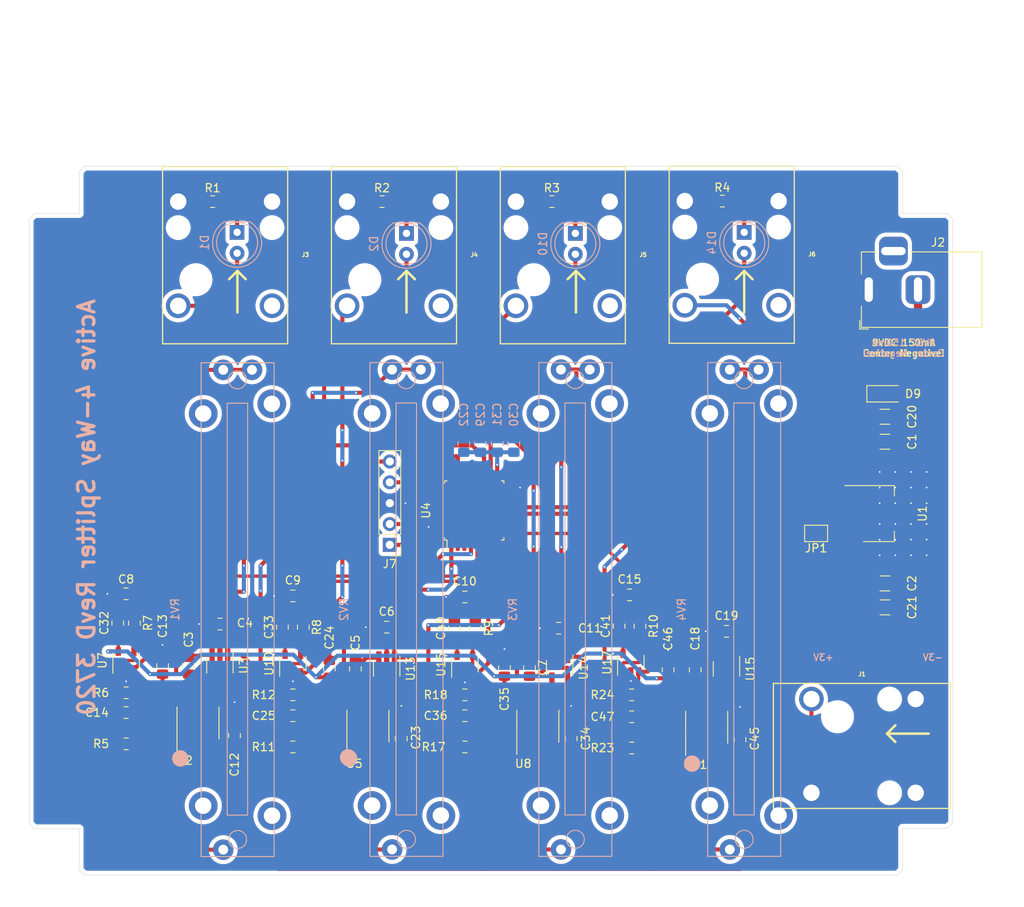
<source format=kicad_pcb>
(kicad_pcb (version 20171130) (host pcbnew "(5.1.6-0-10_14)")
  (title_block (comment 1 "F.Cu is ground plane!"))
  (layers (0 F.Cu signal) (31 B.Cu signal) (34 B.Paste user) (35 F.Paste user) (36 B.SilkS user) (37 F.SilkS user) (38 B.Mask user) (39 F.Mask user) (44 Edge.Cuts user))
  (net 0 "")
  (net 1 GNDS)
  (net 2 /PowerSupply/+9V_IN)
  (net 3 "Net-(R17-Pad2)")
  (net 4 "Net-(R18-Pad2)")
  (net 5 "Net-(R23-Pad2)")
  (net 6 "Net-(C36-Pad2)")
  (net 7 "Net-(R12-Pad2)")
  (net 8 "Net-(R24-Pad2)")
  (net 9 "Net-(C14-Pad2)")
  (net 10 "Net-(C25-Pad2)")
  (net 11 "Net-(C47-Pad2)")
  (net 12 "Net-(R5-Pad2)")
  (net 13 "Net-(R6-Pad2)")
  (net 14 "Net-(R7-Pad2)")
  (net 15 "Net-(R8-Pad2)")
  (net 16 "Net-(R9-Pad2)")
  (net 17 "Net-(R11-Pad2)")
  (net 18 "Net-(C3-Pad1)")
  (net 19 +3V3)
  (net 20 "Net-(J3-Pad2)")
  (net 21 "Net-(J4-Pad2)")
  (net 22 "Net-(J5-Pad2)")
  (net 23 "Net-(J6-Pad2)")
  (net 24 "Net-(C7-Pad2)")
  (net 25 "Net-(C7-Pad1)")
  (net 26 "Net-(C1-Pad1)")
  (net 27 "Net-(C2-Pad1)")
  (net 28 "Net-(C3-Pad2)")
  (net 29 /InputBufferAndGain1/NEGVIN)
  (net 30 "Net-(C5-Pad2)")
  (net 31 "Net-(C5-Pad1)")
  (net 32 /InputBufferAndGain2/NEGVIN)
  (net 33 /PeakDetectorMCU/PEAK_IN_ADC1)
  (net 34 /PeakDetectorMCU/PEAK_IN_ADC2)
  (net 35 /PeakDetectorMCU/PEAK_IN_ADC3)
  (net 36 /InputBufferAndGain3/NEGVIN)
  (net 37 /PEAK_IN_BUF1)
  (net 38 /PeakDetectorMCU/PEAK_IN_ADC4)
  (net 39 "Net-(C18-Pad2)")
  (net 40 "Net-(C18-Pad1)")
  (net 41 /InputBufferAndGain4/NEGVIN)
  (net 42 /PEAK_IN_BUF2)
  (net 43 /PEAK_IN_BUF3)
  (net 44 /PEAK_IN_BUF4)
  (net 45 /PeakDetectorMCU/PEAK_OUT_PWM4)
  (net 46 "Net-(D1-Pad1)")
  (net 47 /PeakDetectorMCU/PEAK_OUT_PWM3)
  (net 48 "Net-(D2-Pad1)")
  (net 49 /PeakDetectorMCU/PEAK_OUT_PWM2)
  (net 50 "Net-(D10-Pad1)")
  (net 51 /PeakDetectorMCU/PEAK_OUT_PWM1)
  (net 52 "Net-(D14-Pad1)")
  (net 53 /InputBufferAndGain1/SIGNAL_INPUT)
  (net 54 /PeakDetectorMCU/NRST)
  (net 55 /PeakDetectorMCU/SYS_SWDIO)
  (net 56 /PeakDetectorMCU/SYS_SWCLK)
  (net 57 "Net-(R10-Pad2)")
  (net 58 "Net-(U4-Pad30)")
  (net 59 "Net-(U4-Pad29)")
  (net 60 "Net-(U4-Pad28)")
  (net 61 "Net-(U4-Pad27)")
  (net 62 "Net-(U4-Pad26)")
  (net 63 "Net-(U4-Pad25)")
  (net 64 "Net-(U4-Pad22)")
  (net 65 "Net-(U4-Pad21)")
  (net 66 "Net-(U4-Pad20)")
  (net 67 "Net-(U4-Pad15)")
  (net 68 "Net-(U4-Pad14)")
  (net 69 "Net-(U4-Pad11)")
  (net 70 "Net-(U4-Pad10)")
  (net 71 "Net-(U4-Pad3)")
  (net 72 "Net-(U4-Pad2)")
  (module Capacitor_SMD:C_0805_2012Metric_Pad1.15x1.40mm_HandSolder (layer B.Cu) (at 138.938 78.486 90)
    (fp_text reference C30 (at 3.556 0 90) (layer B.SilkS) (effects (justify mirror)))
    (fp_text value 100nF)
    (pad 2 smd roundrect (at 1.025 0 90) (size 1.15 1.4) (layers B.Cu B.Paste B.Mask) (roundrect_rratio 0.217391) (net 1 GNDS))
    (pad 1 smd roundrect (at -1.025 0 90) (size 1.15 1.4) (layers B.Cu B.Paste B.Mask) (roundrect_rratio 0.217391) (net 19 +3V3))
  )
  (module Capacitor_SMD:C_1206_3216Metric_Pad1.42x1.75mm_HandSolder (layer F.Cu) (at 184.15 78.232)
    (fp_text reference C1 (at 3.302 0 270) (layer F.SilkS))
    (fp_text value 100nF)
    (pad 2 smd roundrect (at 1.4875 0) (size 1.425 1.75) (layers F.Cu F.Paste F.Mask) (roundrect_rratio 0.175439) (net 1 GNDS))
    (pad 1 smd roundrect (at -1.4875 0) (size 1.425 1.75) (layers F.Cu F.Paste F.Mask) (roundrect_rratio 0.175439) (net 26 "Net-(C1-Pad1)"))
  )
  (module Package_TO_SOT_SMD:SOT-23-5 (layer F.Cu) (at 153.192 105.156 90)
    (fp_text reference U17 (at 0 -2.9 90) (layer F.SilkS))
    (fp_text value MCP601-xOT)
    (pad 5 smd rect (at 1.1 -0.95 90) (size 1.06 0.65) (layers F.Cu F.Paste F.Mask) (net 19 +3V3))
    (pad 4 smd rect (at 1.1 0.95 90) (size 1.06 0.65) (layers F.Cu F.Paste F.Mask) (net 57 "Net-(R10-Pad2)"))
    (pad 3 smd rect (at -1.1 0.95 90) (size 1.06 0.65) (layers F.Cu F.Paste F.Mask) (net 44 /PEAK_IN_BUF4))
    (pad 2 smd rect (at -1.1 0 90) (size 1.06 0.65) (layers F.Cu F.Paste F.Mask) (net 1 GNDS))
    (pad 1 smd rect (at -1.1 -0.95 90) (size 1.06 0.65) (layers F.Cu F.Paste F.Mask) (net 57 "Net-(R10-Pad2)"))
  )
  (module Package_TO_SOT_SMD:SOT-23-5 (layer F.Cu) (at 132.969 105.41 90)
    (fp_text reference U16 (at 0 -2.9 90) (layer F.SilkS))
    (fp_text value MCP601-xOT)
    (pad 5 smd rect (at 1.1 -0.95 90) (size 1.06 0.65) (layers F.Cu F.Paste F.Mask) (net 19 +3V3))
    (pad 4 smd rect (at 1.1 0.95 90) (size 1.06 0.65) (layers F.Cu F.Paste F.Mask) (net 16 "Net-(R9-Pad2)"))
    (pad 3 smd rect (at -1.1 0.95 90) (size 1.06 0.65) (layers F.Cu F.Paste F.Mask) (net 43 /PEAK_IN_BUF3))
    (pad 2 smd rect (at -1.1 0 90) (size 1.06 0.65) (layers F.Cu F.Paste F.Mask) (net 1 GNDS))
    (pad 1 smd rect (at -1.1 -0.95 90) (size 1.06 0.65) (layers F.Cu F.Paste F.Mask) (net 16 "Net-(R9-Pad2)"))
  )
  (module Package_TO_SOT_SMD:SOT-23-5_HandSoldering (layer F.Cu) (at 164.846 105.918 270)
    (fp_text reference U15 (at 0 -2.9 90) (layer F.SilkS))
    (fp_text value TPS60400)
    (pad 5 smd rect (at 1.35 -0.95 270) (size 1.56 0.65) (layers F.Cu F.Paste F.Mask) (net 39 "Net-(C18-Pad2)"))
    (pad 4 smd rect (at 1.35 0.95 270) (size 1.56 0.65) (layers F.Cu F.Paste F.Mask) (net 1 GNDS))
    (pad 3 smd rect (at -1.35 0.95 270) (size 1.56 0.65) (layers F.Cu F.Paste F.Mask) (net 40 "Net-(C18-Pad1)"))
    (pad 2 smd rect (at -1.35 0 270) (size 1.56 0.65) (layers F.Cu F.Paste F.Mask) (net 19 +3V3))
    (pad 1 smd rect (at -1.35 -0.95 270) (size 1.56 0.65) (layers F.Cu F.Paste F.Mask) (net 41 /InputBufferAndGain4/NEGVIN))
  )
  (module Package_TO_SOT_SMD:SOT-23-5_HandSoldering (layer F.Cu) (at 144.526 105.791 270)
    (fp_text reference U14 (at 0 -2.9 90) (layer F.SilkS))
    (fp_text value TPS60400)
    (pad 5 smd rect (at 1.35 -0.95 270) (size 1.56 0.65) (layers F.Cu F.Paste F.Mask) (net 24 "Net-(C7-Pad2)"))
    (pad 4 smd rect (at 1.35 0.95 270) (size 1.56 0.65) (layers F.Cu F.Paste F.Mask) (net 1 GNDS))
    (pad 3 smd rect (at -1.35 0.95 270) (size 1.56 0.65) (layers F.Cu F.Paste F.Mask) (net 25 "Net-(C7-Pad1)"))
    (pad 2 smd rect (at -1.35 0 270) (size 1.56 0.65) (layers F.Cu F.Paste F.Mask) (net 19 +3V3))
    (pad 1 smd rect (at -1.35 -0.95 270) (size 1.56 0.65) (layers F.Cu F.Paste F.Mask) (net 36 /InputBufferAndGain3/NEGVIN))
  )
  (module Package_TO_SOT_SMD:SOT-23-5_HandSoldering (layer F.Cu) (at 123.444 105.918 270)
    (fp_text reference U13 (at 0 -2.9 90) (layer F.SilkS))
    (fp_text value TPS60400)
    (pad 5 smd rect (at 1.35 -0.95 270) (size 1.56 0.65) (layers F.Cu F.Paste F.Mask) (net 30 "Net-(C5-Pad2)"))
    (pad 4 smd rect (at 1.35 0.95 270) (size 1.56 0.65) (layers F.Cu F.Paste F.Mask) (net 1 GNDS))
    (pad 3 smd rect (at -1.35 0.95 270) (size 1.56 0.65) (layers F.Cu F.Paste F.Mask) (net 31 "Net-(C5-Pad1)"))
    (pad 2 smd rect (at -1.35 0 270) (size 1.56 0.65) (layers F.Cu F.Paste F.Mask) (net 19 +3V3))
    (pad 1 smd rect (at -1.35 -0.95 270) (size 1.56 0.65) (layers F.Cu F.Paste F.Mask) (net 32 /InputBufferAndGain2/NEGVIN))
  )
  (module Package_TO_SOT_SMD:SOT-23-5 (layer F.Cu) (at 112.014 105.283 90)
    (fp_text reference U10 (at 0 -2.9 90) (layer F.SilkS))
    (fp_text value MCP601-xOT)
    (pad 5 smd rect (at 1.1 -0.95 90) (size 1.06 0.65) (layers F.Cu F.Paste F.Mask) (net 19 +3V3))
    (pad 4 smd rect (at 1.1 0.95 90) (size 1.06 0.65) (layers F.Cu F.Paste F.Mask) (net 15 "Net-(R8-Pad2)"))
    (pad 3 smd rect (at -1.1 0.95 90) (size 1.06 0.65) (layers F.Cu F.Paste F.Mask) (net 42 /PEAK_IN_BUF2))
    (pad 2 smd rect (at -1.1 0 90) (size 1.06 0.65) (layers F.Cu F.Paste F.Mask) (net 1 GNDS))
    (pad 1 smd rect (at -1.1 -0.95 90) (size 1.06 0.65) (layers F.Cu F.Paste F.Mask) (net 15 "Net-(R8-Pad2)"))
  )
  (module Package_TO_SOT_SMD:SOT-23-5 (layer F.Cu) (at 91.694 104.902 90)
    (fp_text reference U7 (at 0 -2.9 90) (layer F.SilkS))
    (fp_text value MCP601-xOT)
    (pad 5 smd rect (at 1.1 -0.95 90) (size 1.06 0.65) (layers F.Cu F.Paste F.Mask) (net 19 +3V3))
    (pad 4 smd rect (at 1.1 0.95 90) (size 1.06 0.65) (layers F.Cu F.Paste F.Mask) (net 14 "Net-(R7-Pad2)"))
    (pad 3 smd rect (at -1.1 0.95 90) (size 1.06 0.65) (layers F.Cu F.Paste F.Mask) (net 37 /PEAK_IN_BUF1))
    (pad 2 smd rect (at -1.1 0 90) (size 1.06 0.65) (layers F.Cu F.Paste F.Mask) (net 1 GNDS))
    (pad 1 smd rect (at -1.1 -0.95 90) (size 1.06 0.65) (layers F.Cu F.Paste F.Mask) (net 14 "Net-(R7-Pad2)"))
  )
  (module Package_QFP:LQFP-32_7x7mm_P0.8mm (layer F.Cu) (at 134.112 86.614 90)
    (fp_text reference U4 (at 0 -5.88 90) (layer F.SilkS))
    (fp_text value STM32F051K8Tx)
    (pad 32 smd roundrect (at -2.8 -4.175 90) (size 0.5 1.5) (layers F.Cu F.Paste F.Mask) (net 1 GNDS))
    (pad 31 smd roundrect (at -2 -4.175 90) (size 0.5 1.5) (layers F.Cu F.Paste F.Mask) (net 1 GNDS))
    (pad 30 smd roundrect (at -1.2 -4.175 90) (size 0.5 1.5) (layers F.Cu F.Paste F.Mask) (net 58 "Net-(U4-Pad30)"))
    (pad 29 smd roundrect (at -0.4 -4.175 90) (size 0.5 1.5) (layers F.Cu F.Paste F.Mask) (net 59 "Net-(U4-Pad29)"))
    (pad 28 smd roundrect (at 0.4 -4.175 90) (size 0.5 1.5) (layers F.Cu F.Paste F.Mask) (net 60 "Net-(U4-Pad28)"))
    (pad 27 smd roundrect (at 1.2 -4.175 90) (size 0.5 1.5) (layers F.Cu F.Paste F.Mask) (net 61 "Net-(U4-Pad27)"))
    (pad 26 smd roundrect (at 2 -4.175 90) (size 0.5 1.5) (layers F.Cu F.Paste F.Mask) (net 62 "Net-(U4-Pad26)"))
    (pad 25 smd roundrect (at 2.8 -4.175 90) (size 0.5 1.5) (layers F.Cu F.Paste F.Mask) (net 63 "Net-(U4-Pad25)"))
    (pad 24 smd roundrect (at 4.175 -2.8 90) (size 1.5 0.5) (layers F.Cu F.Paste F.Mask) (net 56 /PeakDetectorMCU/SYS_SWCLK))
    (pad 23 smd roundrect (at 4.175 -2 90) (size 1.5 0.5) (layers F.Cu F.Paste F.Mask) (net 55 /PeakDetectorMCU/SYS_SWDIO))
    (pad 22 smd roundrect (at 4.175 -1.2 90) (size 1.5 0.5) (layers F.Cu F.Paste F.Mask) (net 64 "Net-(U4-Pad22)"))
    (pad 21 smd roundrect (at 4.175 -0.4 90) (size 1.5 0.5) (layers F.Cu F.Paste F.Mask) (net 65 "Net-(U4-Pad21)"))
    (pad 20 smd roundrect (at 4.175 0.4 90) (size 1.5 0.5) (layers F.Cu F.Paste F.Mask) (net 66 "Net-(U4-Pad20)"))
    (pad 19 smd roundrect (at 4.175 1.2 90) (size 1.5 0.5) (layers F.Cu F.Paste F.Mask) (net 45 /PeakDetectorMCU/PEAK_OUT_PWM4))
    (pad 18 smd roundrect (at 4.175 2 90) (size 1.5 0.5) (layers F.Cu F.Paste F.Mask) (net 47 /PeakDetectorMCU/PEAK_OUT_PWM3))
    (pad 17 smd roundrect (at 4.175 2.8 90) (size 1.5 0.5) (layers F.Cu F.Paste F.Mask) (net 19 +3V3))
    (pad 16 smd roundrect (at 2.8 4.175 90) (size 0.5 1.5) (layers F.Cu F.Paste F.Mask) (net 1 GNDS))
    (pad 15 smd roundrect (at 2 4.175 90) (size 0.5 1.5) (layers F.Cu F.Paste F.Mask) (net 67 "Net-(U4-Pad15)"))
    (pad 14 smd roundrect (at 1.2 4.175 90) (size 0.5 1.5) (layers F.Cu F.Paste F.Mask) (net 68 "Net-(U4-Pad14)"))
    (pad 13 smd roundrect (at 0.4 4.175 90) (size 0.5 1.5) (layers F.Cu F.Paste F.Mask) (net 49 /PeakDetectorMCU/PEAK_OUT_PWM2))
    (pad 12 smd roundrect (at -0.4 4.175 90) (size 0.5 1.5) (layers F.Cu F.Paste F.Mask) (net 51 /PeakDetectorMCU/PEAK_OUT_PWM1))
    (pad 11 smd roundrect (at -1.2 4.175 90) (size 0.5 1.5) (layers F.Cu F.Paste F.Mask) (net 69 "Net-(U4-Pad11)"))
    (pad 10 smd roundrect (at -2 4.175 90) (size 0.5 1.5) (layers F.Cu F.Paste F.Mask) (net 70 "Net-(U4-Pad10)"))
    (pad 9 smd roundrect (at -2.8 4.175 90) (size 0.5 1.5) (layers F.Cu F.Paste F.Mask) (net 38 /PeakDetectorMCU/PEAK_IN_ADC4))
    (pad 8 smd roundrect (at -4.175 2.8 90) (size 1.5 0.5) (layers F.Cu F.Paste F.Mask) (net 35 /PeakDetectorMCU/PEAK_IN_ADC3))
    (pad 7 smd roundrect (at -4.175 2 90) (size 1.5 0.5) (layers F.Cu F.Paste F.Mask) (net 34 /PeakDetectorMCU/PEAK_IN_ADC2))
    (pad 6 smd roundrect (at -4.175 1.2 90) (size 1.5 0.5) (layers F.Cu F.Paste F.Mask) (net 33 /PeakDetectorMCU/PEAK_IN_ADC1))
    (pad 5 smd roundrect (at -4.175 0.4 90) (size 1.5 0.5) (layers F.Cu F.Paste F.Mask) (net 19 +3V3))
    (pad 4 smd roundrect (at -4.175 -0.4 90) (size 1.5 0.5) (layers F.Cu F.Paste F.Mask) (net 54 /PeakDetectorMCU/NRST))
    (pad 3 smd roundrect (at -4.175 -1.2 90) (size 1.5 0.5) (layers F.Cu F.Paste F.Mask) (net 71 "Net-(U4-Pad3)"))
    (pad 2 smd roundrect (at -4.175 -2 90) (size 1.5 0.5) (layers F.Cu F.Paste F.Mask) (net 72 "Net-(U4-Pad2)"))
    (pad 1 smd roundrect (at -4.175 -2.8 90) (size 1.5 0.5) (layers F.Cu F.Paste F.Mask) (net 19 +3V3))
  )
  (module Package_TO_SOT_SMD:SOT-23-5_HandSoldering (layer F.Cu) (at 103.124 105.537 270)
    (fp_text reference U3 (at 0 -2.9 90) (layer F.SilkS))
    (fp_text value TPS60400)
    (pad 5 smd rect (at 1.35 -0.95 270) (size 1.56 0.65) (layers F.Cu F.Paste F.Mask) (net 28 "Net-(C3-Pad2)"))
    (pad 4 smd rect (at 1.35 0.95 270) (size 1.56 0.65) (layers F.Cu F.Paste F.Mask) (net 1 GNDS))
    (pad 3 smd rect (at -1.35 0.95 270) (size 1.56 0.65) (layers F.Cu F.Paste F.Mask) (net 18 "Net-(C3-Pad1)"))
    (pad 2 smd rect (at -1.35 0 270) (size 1.56 0.65) (layers F.Cu F.Paste F.Mask) (net 19 +3V3))
    (pad 1 smd rect (at -1.35 -0.95 270) (size 1.56 0.65) (layers F.Cu F.Paste F.Mask) (net 29 /InputBufferAndGain1/NEGVIN))
  )
  (module Package_TO_SOT_SMD:SOT-223-3_TabPin2 (layer F.Cu) (at 183.388 86.995)
    (fp_text reference U1 (at 5.334 0 270) (layer F.SilkS))
    (fp_text value MCP1703A-3302_SOT223)
    (pad 1 smd rect (at -3.15 -2.3) (size 2 1.5) (layers F.Cu F.Paste F.Mask) (net 26 "Net-(C1-Pad1)"))
    (pad 3 smd rect (at -3.15 2.3) (size 2 1.5) (layers F.Cu F.Paste F.Mask) (net 27 "Net-(C2-Pad1)"))
    (pad 2 smd rect (at -3.15 0) (size 2 1.5) (layers F.Cu F.Paste F.Mask) (net 1 GNDS))
    (pad 2 smd rect (at 3.15 0) (size 2 3.8) (layers F.Cu F.Paste F.Mask) (net 1 GNDS))
  )
  (module Resistor_SMD:R_0805_2012Metric_Pad1.15x1.40mm_HandSolder (layer F.Cu) (at 154.305 100.711 270)
    (fp_text reference R10 (at 0 -1.65 90) (layer F.SilkS))
    (fp_text value 50R)
    (pad 2 smd roundrect (at 1.025 0 270) (size 1.15 1.4) (layers F.Cu F.Paste F.Mask) (roundrect_rratio 0.217391) (net 57 "Net-(R10-Pad2)"))
    (pad 1 smd roundrect (at -1.025 0 270) (size 1.15 1.4) (layers F.Cu F.Paste F.Mask) (roundrect_rratio 0.217391) (net 38 /PeakDetectorMCU/PEAK_IN_ADC4))
  )
  (module Resistor_SMD:R_0805_2012Metric_Pad1.15x1.40mm_HandSolder (layer F.Cu) (at 134.239 100.965 270)
    (fp_text reference R9 (at 0 -1.65 90) (layer F.SilkS))
    (fp_text value 50R)
    (pad 2 smd roundrect (at 1.025 0 270) (size 1.15 1.4) (layers F.Cu F.Paste F.Mask) (roundrect_rratio 0.217391) (net 16 "Net-(R9-Pad2)"))
    (pad 1 smd roundrect (at -1.025 0 270) (size 1.15 1.4) (layers F.Cu F.Paste F.Mask) (roundrect_rratio 0.217391) (net 35 /PeakDetectorMCU/PEAK_IN_ADC3))
  )
  (module Resistor_SMD:R_0805_2012Metric_Pad1.15x1.40mm_HandSolder (layer F.Cu) (at 113.284 100.838 270)
    (fp_text reference R8 (at 0 -1.65 90) (layer F.SilkS))
    (fp_text value 50R)
    (pad 2 smd roundrect (at 1.025 0 270) (size 1.15 1.4) (layers F.Cu F.Paste F.Mask) (roundrect_rratio 0.217391) (net 15 "Net-(R8-Pad2)"))
    (pad 1 smd roundrect (at -1.025 0 270) (size 1.15 1.4) (layers F.Cu F.Paste F.Mask) (roundrect_rratio 0.217391) (net 34 /PeakDetectorMCU/PEAK_IN_ADC2))
  )
  (module Resistor_SMD:R_0805_2012Metric_Pad1.15x1.40mm_HandSolder (layer F.Cu) (at 92.71 100.33 270)
    (fp_text reference R7 (at 0 -1.65 90) (layer F.SilkS))
    (fp_text value 50R)
    (pad 2 smd roundrect (at 1.025 0 270) (size 1.15 1.4) (layers F.Cu F.Paste F.Mask) (roundrect_rratio 0.217391) (net 14 "Net-(R7-Pad2)"))
    (pad 1 smd roundrect (at -1.025 0 270) (size 1.15 1.4) (layers F.Cu F.Paste F.Mask) (roundrect_rratio 0.217391) (net 33 /PeakDetectorMCU/PEAK_IN_ADC1))
  )
  (module Resistor_SMD:R_0805_2012Metric_Pad1.15x1.40mm_HandSolder (layer F.Cu) (at 164.338 48.895)
    (fp_text reference R4 (at 0 -1.65) (layer F.SilkS))
    (fp_text value R)
    (pad 2 smd roundrect (at 1.025 0) (size 1.15 1.4) (layers F.Cu F.Paste F.Mask) (roundrect_rratio 0.217391) (net 52 "Net-(D14-Pad1)"))
    (pad 1 smd roundrect (at -1.025 0) (size 1.15 1.4) (layers F.Cu F.Paste F.Mask) (roundrect_rratio 0.217391) (net 1 GNDS))
  )
  (module Resistor_SMD:R_0805_2012Metric_Pad1.15x1.40mm_HandSolder (layer F.Cu) (at 143.5735 48.9585)
    (fp_text reference R3 (at 0 -1.65) (layer F.SilkS))
    (fp_text value R)
    (pad 2 smd roundrect (at 1.025 0) (size 1.15 1.4) (layers F.Cu F.Paste F.Mask) (roundrect_rratio 0.217391) (net 50 "Net-(D10-Pad1)"))
    (pad 1 smd roundrect (at -1.025 0) (size 1.15 1.4) (layers F.Cu F.Paste F.Mask) (roundrect_rratio 0.217391) (net 1 GNDS))
  )
  (module Resistor_SMD:R_0805_2012Metric_Pad1.15x1.40mm_HandSolder (layer F.Cu) (at 122.8725 48.9585)
    (fp_text reference R2 (at 0 -1.65) (layer F.SilkS))
    (fp_text value R)
    (pad 2 smd roundrect (at 1.025 0) (size 1.15 1.4) (layers F.Cu F.Paste F.Mask) (roundrect_rratio 0.217391) (net 48 "Net-(D2-Pad1)"))
    (pad 1 smd roundrect (at -1.025 0) (size 1.15 1.4) (layers F.Cu F.Paste F.Mask) (roundrect_rratio 0.217391) (net 1 GNDS))
  )
  (module Resistor_SMD:R_0805_2012Metric_Pad1.15x1.40mm_HandSolder (layer F.Cu) (at 102.235 48.9585)
    (fp_text reference R1 (at 0 -1.65) (layer F.SilkS))
    (fp_text value R)
    (pad 2 smd roundrect (at 1.025 0) (size 1.15 1.4) (layers F.Cu F.Paste F.Mask) (roundrect_rratio 0.217391) (net 46 "Net-(D1-Pad1)"))
    (pad 1 smd roundrect (at -1.025 0) (size 1.15 1.4) (layers F.Cu F.Paste F.Mask) (roundrect_rratio 0.217391) (net 1 GNDS))
  )
  (module Jumper:SolderJumper-2_P1.3mm_Open_Pad1.0x1.5mm (layer F.Cu) (at 175.768 89.408 180)
    (fp_text reference JP1 (at 0 -1.8) (layer F.SilkS))
    (fp_text value Jumper_NO_Small)
    (pad 1 smd rect (at -0.65 0 180) (size 1 1.5) (layers F.Cu F.Mask) (net 27 "Net-(C2-Pad1)"))
    (pad 2 smd rect (at 0.65 0 180) (size 1 1.5) (layers F.Cu F.Mask) (net 19 +3V3))
  )
  (module Connector_PinHeader_2.54mm:PinHeader_1x05_P2.54mm_Vertical (layer F.Cu) (at 123.825 90.805 180)
    (fp_text reference J7 (at 0 -2.33) (layer F.SilkS))
    (fp_text value Conn_01x05)
    (pad 5 thru_hole oval (at 0 10.16 180) (size 1.7 1.7) (drill 1) (layers *.Cu *.Mask) (net 54 /PeakDetectorMCU/NRST))
    (pad 4 thru_hole oval (at 0 7.62 180) (size 1.7 1.7) (drill 1) (layers *.Cu *.Mask) (net 55 /PeakDetectorMCU/SYS_SWDIO))
    (pad 3 thru_hole oval (at 0 5.08 180) (size 1.7 1.7) (drill 1) (layers *.Cu *.Mask) (net 1 GNDS))
    (pad 2 thru_hole oval (at 0 2.54 180) (size 1.7 1.7) (drill 1) (layers *.Cu *.Mask) (net 56 /PeakDetectorMCU/SYS_SWCLK))
    (pad 1 thru_hole rect (at 0 0 180) (size 1.7 1.7) (drill 1) (layers *.Cu *.Mask) (net 19 +3V3))
  )
  (module LED_THT:LED_D5.0mm (layer B.Cu) (at 167.005 52.705 270)
    (fp_text reference D14 (at 1.27 3.96 270) (layer B.SilkS) (effects (justify mirror)))
    (fp_text value LED)
    (pad 2 thru_hole circle (at 2.54 0 270) (size 1.8 1.8) (drill 0.9) (layers *.Cu *.Mask) (net 51 /PeakDetectorMCU/PEAK_OUT_PWM1))
    (pad 1 thru_hole rect (at 0 0 270) (size 1.8 1.8) (drill 0.9) (layers *.Cu *.Mask) (net 52 "Net-(D14-Pad1)"))
  )
  (module LED_THT:LED_D5.0mm (layer B.Cu) (at 146.431 52.832 270)
    (fp_text reference D10 (at 1.27 3.96 270) (layer B.SilkS) (effects (justify mirror)))
    (fp_text value LED)
    (pad 2 thru_hole circle (at 2.54 0 270) (size 1.8 1.8) (drill 0.9) (layers *.Cu *.Mask) (net 49 /PeakDetectorMCU/PEAK_OUT_PWM2))
    (pad 1 thru_hole rect (at 0 0 270) (size 1.8 1.8) (drill 0.9) (layers *.Cu *.Mask) (net 50 "Net-(D10-Pad1)"))
  )
  (module LED_THT:LED_D5.0mm (layer B.Cu) (at 125.857 52.832 270)
    (fp_text reference D2 (at 1.27 3.96 90) (layer B.SilkS) (effects (justify mirror)))
    (fp_text value LED)
    (pad 2 thru_hole circle (at 2.54 0 270) (size 1.8 1.8) (drill 0.9) (layers *.Cu *.Mask) (net 47 /PeakDetectorMCU/PEAK_OUT_PWM3))
    (pad 1 thru_hole rect (at 0 0 270) (size 1.8 1.8) (drill 0.9) (layers *.Cu *.Mask) (net 48 "Net-(D2-Pad1)"))
  )
  (module LED_THT:LED_D5.0mm (layer B.Cu) (at 105.2195 52.705 270)
    (fp_text reference D1 (at 1.27 3.96 270) (layer B.SilkS) (effects (justify mirror)))
    (fp_text value LED)
    (pad 2 thru_hole circle (at 2.54 0 270) (size 1.8 1.8) (drill 0.9) (layers *.Cu *.Mask) (net 45 /PeakDetectorMCU/PEAK_OUT_PWM4))
    (pad 1 thru_hole rect (at 0 0 270) (size 1.8 1.8) (drill 0.9) (layers *.Cu *.Mask) (net 46 "Net-(D1-Pad1)"))
  )
  (module Capacitor_SMD:C_0805_2012Metric_Pad1.15x1.40mm_HandSolder (layer F.Cu) (at 151.765 100.711 90)
    (fp_text reference C41 (at 0 -1.65 90) (layer F.SilkS))
    (fp_text value 100nF)
    (pad 2 smd roundrect (at 1.025 0 90) (size 1.15 1.4) (layers F.Cu F.Paste F.Mask) (roundrect_rratio 0.217391) (net 1 GNDS))
    (pad 1 smd roundrect (at -1.025 0 90) (size 1.15 1.4) (layers F.Cu F.Paste F.Mask) (roundrect_rratio 0.217391) (net 19 +3V3))
  )
  (module Capacitor_SMD:C_0805_2012Metric_Pad1.15x1.40mm_HandSolder (layer F.Cu) (at 131.699 100.965 90)
    (fp_text reference C40 (at 0 -1.65 90) (layer F.SilkS))
    (fp_text value 100nF)
    (pad 2 smd roundrect (at 1.025 0 90) (size 1.15 1.4) (layers F.Cu F.Paste F.Mask) (roundrect_rratio 0.217391) (net 1 GNDS))
    (pad 1 smd roundrect (at -1.025 0 90) (size 1.15 1.4) (layers F.Cu F.Paste F.Mask) (roundrect_rratio 0.217391) (net 19 +3V3))
  )
  (module Capacitor_SMD:C_0805_2012Metric_Pad1.15x1.40mm_HandSolder (layer F.Cu) (at 110.744 100.838 90)
    (fp_text reference C33 (at 0 -1.65 90) (layer F.SilkS))
    (fp_text value 100nF)
    (pad 2 smd roundrect (at 1.025 0 90) (size 1.15 1.4) (layers F.Cu F.Paste F.Mask) (roundrect_rratio 0.217391) (net 1 GNDS))
    (pad 1 smd roundrect (at -1.025 0 90) (size 1.15 1.4) (layers F.Cu F.Paste F.Mask) (roundrect_rratio 0.217391) (net 19 +3V3))
  )
  (module Capacitor_SMD:C_0805_2012Metric_Pad1.15x1.40mm_HandSolder (layer F.Cu) (at 90.678 100.33 90)
    (fp_text reference C32 (at 0 -1.65 90) (layer F.SilkS))
    (fp_text value 100nF)
    (pad 2 smd roundrect (at 1.025 0 90) (size 1.15 1.4) (layers F.Cu F.Paste F.Mask) (roundrect_rratio 0.217391) (net 1 GNDS))
    (pad 1 smd roundrect (at -1.025 0 90) (size 1.15 1.4) (layers F.Cu F.Paste F.Mask) (roundrect_rratio 0.217391) (net 19 +3V3))
  )
  (module Capacitor_SMD:C_0805_2012Metric_Pad1.15x1.40mm_HandSolder (layer B.Cu) (at 136.906 78.486 90)
    (fp_text reference C31 (at 3.556 0 90) (layer B.SilkS) (effects (justify mirror)))
    (fp_text value 100nF)
    (pad 2 smd roundrect (at 1.025 0 90) (size 1.15 1.4) (layers B.Cu B.Paste B.Mask) (roundrect_rratio 0.217391) (net 1 GNDS))
    (pad 1 smd roundrect (at -1.025 0 90) (size 1.15 1.4) (layers B.Cu B.Paste B.Mask) (roundrect_rratio 0.217391) (net 19 +3V3))
  )
  (module Capacitor_SMD:C_0805_2012Metric_Pad1.15x1.40mm_HandSolder (layer B.Cu) (at 134.874 78.486 90)
    (fp_text reference C29 (at 3.556 0 270) (layer B.SilkS) (effects (justify mirror)))
    (fp_text value 100nF)
    (pad 2 smd roundrect (at 1.025 0 90) (size 1.15 1.4) (layers B.Cu B.Paste B.Mask) (roundrect_rratio 0.217391) (net 1 GNDS))
    (pad 1 smd roundrect (at -1.025 0 90) (size 1.15 1.4) (layers B.Cu B.Paste B.Mask) (roundrect_rratio 0.217391) (net 19 +3V3))
  )
  (module Capacitor_SMD:C_0805_2012Metric_Pad1.15x1.40mm_HandSolder (layer B.Cu) (at 132.842 78.486 90)
    (fp_text reference C22 (at 3.556 0 90) (layer B.SilkS) (effects (justify mirror)))
    (fp_text value 1uF)
    (pad 2 smd roundrect (at 1.025 0 90) (size 1.15 1.4) (layers B.Cu B.Paste B.Mask) (roundrect_rratio 0.217391) (net 1 GNDS))
    (pad 1 smd roundrect (at -1.025 0 90) (size 1.15 1.4) (layers B.Cu B.Paste B.Mask) (roundrect_rratio 0.217391) (net 19 +3V3))
  )
  (module Capacitor_SMD:C_1206_3216Metric_Pad1.42x1.75mm_HandSolder (layer F.Cu) (at 184.15 98.425)
    (fp_text reference C21 (at 3.302 0 270) (layer F.SilkS))
    (fp_text value 100nF)
    (pad 2 smd roundrect (at 1.4875 0) (size 1.425 1.75) (layers F.Cu F.Paste F.Mask) (roundrect_rratio 0.175439) (net 1 GNDS))
    (pad 1 smd roundrect (at -1.4875 0) (size 1.425 1.75) (layers F.Cu F.Paste F.Mask) (roundrect_rratio 0.175439) (net 27 "Net-(C2-Pad1)"))
  )
  (module Capacitor_SMD:C_1206_3216Metric_Pad1.42x1.75mm_HandSolder (layer F.Cu) (at 184.15 75.184)
    (fp_text reference C20 (at 3.302 0 270) (layer F.SilkS))
    (fp_text value 1uF)
    (pad 2 smd roundrect (at 1.4875 0) (size 1.425 1.75) (layers F.Cu F.Paste F.Mask) (roundrect_rratio 0.175439) (net 1 GNDS))
    (pad 1 smd roundrect (at -1.4875 0) (size 1.425 1.75) (layers F.Cu F.Paste F.Mask) (roundrect_rratio 0.175439) (net 26 "Net-(C1-Pad1)"))
  )
  (module Capacitor_SMD:C_0805_2012Metric_Pad1.15x1.40mm_HandSolder (layer F.Cu) (at 164.846 101.346 180)
    (fp_text reference C19 (at 0 1.905) (layer F.SilkS))
    (fp_text value 1uF)
    (pad 2 smd roundrect (at 1.025 0 180) (size 1.15 1.4) (layers F.Cu F.Paste F.Mask) (roundrect_rratio 0.217391) (net 1 GNDS))
    (pad 1 smd roundrect (at -1.025 0 180) (size 1.15 1.4) (layers F.Cu F.Paste F.Mask) (roundrect_rratio 0.217391) (net 41 /InputBufferAndGain4/NEGVIN))
  )
  (module Capacitor_SMD:C_0805_2012Metric_Pad1.15x1.40mm_HandSolder (layer F.Cu) (at 161.036 106.045 270)
    (fp_text reference C18 (at -3.81 0 270) (layer F.SilkS))
    (fp_text value 1uF)
    (pad 2 smd roundrect (at 1.025 0 270) (size 1.15 1.4) (layers F.Cu F.Paste F.Mask) (roundrect_rratio 0.217391) (net 39 "Net-(C18-Pad2)"))
    (pad 1 smd roundrect (at -1.025 0 270) (size 1.15 1.4) (layers F.Cu F.Paste F.Mask) (roundrect_rratio 0.217391) (net 40 "Net-(C18-Pad1)"))
  )
  (module Capacitor_SMD:C_0805_2012Metric_Pad1.15x1.40mm_HandSolder (layer F.Cu) (at 153.035 96.901 180)
    (fp_text reference C15 (at 0 1.905) (layer F.SilkS))
    (fp_text value 100nF)
    (pad 2 smd roundrect (at 1.025 0 180) (size 1.15 1.4) (layers F.Cu F.Paste F.Mask) (roundrect_rratio 0.217391) (net 1 GNDS))
    (pad 1 smd roundrect (at -1.025 0 180) (size 1.15 1.4) (layers F.Cu F.Paste F.Mask) (roundrect_rratio 0.217391) (net 38 /PeakDetectorMCU/PEAK_IN_ADC4))
  )
  (module Capacitor_SMD:C_0805_2012Metric_Pad1.15x1.40mm_HandSolder (layer F.Cu) (at 144.399 100.965 180)
    (fp_text reference C11 (at -3.81 0 180) (layer F.SilkS))
    (fp_text value 1uF)
    (pad 2 smd roundrect (at 1.025 0 180) (size 1.15 1.4) (layers F.Cu F.Paste F.Mask) (roundrect_rratio 0.217391) (net 1 GNDS))
    (pad 1 smd roundrect (at -1.025 0 180) (size 1.15 1.4) (layers F.Cu F.Paste F.Mask) (roundrect_rratio 0.217391) (net 36 /InputBufferAndGain3/NEGVIN))
  )
  (module Capacitor_SMD:C_0805_2012Metric_Pad1.15x1.40mm_HandSolder (layer F.Cu) (at 132.969 97.155 180)
    (fp_text reference C10 (at 0 1.905) (layer F.SilkS))
    (fp_text value 100nF)
    (pad 2 smd roundrect (at 1.025 0 180) (size 1.15 1.4) (layers F.Cu F.Paste F.Mask) (roundrect_rratio 0.217391) (net 1 GNDS))
    (pad 1 smd roundrect (at -1.025 0 180) (size 1.15 1.4) (layers F.Cu F.Paste F.Mask) (roundrect_rratio 0.217391) (net 35 /PeakDetectorMCU/PEAK_IN_ADC3))
  )
  (module Capacitor_SMD:C_0805_2012Metric_Pad1.15x1.40mm_HandSolder (layer F.Cu) (at 112.014 97.028 180)
    (fp_text reference C9 (at 0 1.905) (layer F.SilkS))
    (fp_text value 100nF)
    (pad 2 smd roundrect (at 1.025 0 180) (size 1.15 1.4) (layers F.Cu F.Paste F.Mask) (roundrect_rratio 0.217391) (net 1 GNDS))
    (pad 1 smd roundrect (at -1.025 0 180) (size 1.15 1.4) (layers F.Cu F.Paste F.Mask) (roundrect_rratio 0.217391) (net 34 /PeakDetectorMCU/PEAK_IN_ADC2))
  )
  (module Capacitor_SMD:C_0805_2012Metric_Pad1.15x1.40mm_HandSolder (layer F.Cu) (at 91.694 96.774 180)
    (fp_text reference C8 (at 0 1.778) (layer F.SilkS))
    (fp_text value 100nF)
    (pad 2 smd roundrect (at 1.025 0 180) (size 1.15 1.4) (layers F.Cu F.Paste F.Mask) (roundrect_rratio 0.217391) (net 1 GNDS))
    (pad 1 smd roundrect (at -1.025 0 180) (size 1.15 1.4) (layers F.Cu F.Paste F.Mask) (roundrect_rratio 0.217391) (net 33 /PeakDetectorMCU/PEAK_IN_ADC1))
  )
  (module Capacitor_SMD:C_0805_2012Metric_Pad1.15x1.40mm_HandSolder (layer F.Cu) (at 140.843 105.791 270)
    (fp_text reference C7 (at 0 -1.65 90) (layer F.SilkS))
    (fp_text value 1uF)
    (pad 2 smd roundrect (at 1.025 0 270) (size 1.15 1.4) (layers F.Cu F.Paste F.Mask) (roundrect_rratio 0.217391) (net 24 "Net-(C7-Pad2)"))
    (pad 1 smd roundrect (at -1.025 0 270) (size 1.15 1.4) (layers F.Cu F.Paste F.Mask) (roundrect_rratio 0.217391) (net 25 "Net-(C7-Pad1)"))
  )
  (module Capacitor_SMD:C_0805_2012Metric_Pad1.15x1.40mm_HandSolder (layer F.Cu) (at 123.444 100.838 180)
    (fp_text reference C6 (at 0 1.905) (layer F.SilkS))
    (fp_text value 1uF)
    (pad 2 smd roundrect (at 1.025 0 180) (size 1.15 1.4) (layers F.Cu F.Paste F.Mask) (roundrect_rratio 0.217391) (net 1 GNDS))
    (pad 1 smd roundrect (at -1.025 0 180) (size 1.15 1.4) (layers F.Cu F.Paste F.Mask) (roundrect_rratio 0.217391) (net 32 /InputBufferAndGain2/NEGVIN))
  )
  (module Capacitor_SMD:C_0805_2012Metric_Pad1.15x1.40mm_HandSolder (layer F.Cu) (at 119.634 105.918 270)
    (fp_text reference C5 (at -3.175 0 90) (layer F.SilkS))
    (fp_text value 1uF)
    (pad 2 smd roundrect (at 1.025 0 270) (size 1.15 1.4) (layers F.Cu F.Paste F.Mask) (roundrect_rratio 0.217391) (net 30 "Net-(C5-Pad2)"))
    (pad 1 smd roundrect (at -1.025 0 270) (size 1.15 1.4) (layers F.Cu F.Paste F.Mask) (roundrect_rratio 0.217391) (net 31 "Net-(C5-Pad1)"))
  )
  (module Capacitor_SMD:C_0805_2012Metric_Pad1.15x1.40mm_HandSolder (layer F.Cu) (at 103.124 100.457 180)
    (fp_text reference C4 (at -3.048 0.127) (layer F.SilkS))
    (fp_text value 1uF)
    (pad 2 smd roundrect (at 1.025 0 180) (size 1.15 1.4) (layers F.Cu F.Paste F.Mask) (roundrect_rratio 0.217391) (net 1 GNDS))
    (pad 1 smd roundrect (at -1.025 0 180) (size 1.15 1.4) (layers F.Cu F.Paste F.Mask) (roundrect_rratio 0.217391) (net 29 /InputBufferAndGain1/NEGVIN))
  )
  (module Capacitor_SMD:C_0805_2012Metric_Pad1.15x1.40mm_HandSolder (layer F.Cu) (at 99.314 105.537 270)
    (fp_text reference C3 (at -3.175 0 270) (layer F.SilkS))
    (fp_text value 1uF)
    (pad 2 smd roundrect (at 1.025 0 270) (size 1.15 1.4) (layers F.Cu F.Paste F.Mask) (roundrect_rratio 0.217391) (net 28 "Net-(C3-Pad2)"))
    (pad 1 smd roundrect (at -1.025 0 270) (size 1.15 1.4) (layers F.Cu F.Paste F.Mask) (roundrect_rratio 0.217391) (net 18 "Net-(C3-Pad1)"))
  )
  (module Bourn_PTA_Slider:Slider_PTA4543_60MM (layer B.Cu) (at 146.431 98.679 270)
    (fp_text reference RV3 (at 0 7.62 270) (layer B.SilkS) (effects (justify mirror)))
    (fp_text value 1K)
    (pad 1 thru_hole circle (at -29.2354 1.7526 270) (size 2.5 2.5) (drill 1.2) (layers *.Cu *.Mask) (net 4 "Net-(R18-Pad2)"))
    (pad 2 thru_hole circle (at -29.2354 -1.7526 270) (size 2.5 2.5) (drill 1.2) (layers *.Cu *.Mask) (net 4 "Net-(R18-Pad2)"))
    (pad 3 thru_hole circle (at 29.2608 1.7526 270) (size 2.5 2.5) (drill 1.2) (layers *.Cu *.Mask) (net 6 "Net-(C36-Pad2)"))
    (pad "" thru_hole circle (at -23.9014 4.191 270) (size 3.5 3.5) (drill 2) (layers *.Cu *.Mask))
    (pad "" thru_hole circle (at -25.0952 -4.1656 270) (size 3.5 3.5) (drill 2) (layers *.Cu *.Mask))
    (pad "" thru_hole circle (at 23.9014 4.191 270) (size 3.5 3.5) (drill 2) (layers *.Cu *.Mask))
    (pad "" thru_hole circle (at 25.1206 -4.191 270) (size 3.5 3.5) (drill 2) (layers *.Cu *.Mask))
  )
  (module Hammond1590:1590BB (layer F.Cu) (at 136.144 87.884 90)
    (fp_text reference REF** hide)
    (fp_text value 1590BB)
  )
  (module Bourn_PTA_Slider:Slider_PTA4543_60MM (layer B.Cu) (at 105.283 98.7044 270)
    (fp_text reference RV1 (at 0 7.62 270) (layer B.SilkS) (effects (justify mirror)))
    (fp_text value 1K)
    (pad 1 thru_hole circle (at -29.2354 1.7526 270) (size 2.5 2.5) (drill 1.2) (layers *.Cu *.Mask) (net 13 "Net-(R6-Pad2)"))
    (pad 2 thru_hole circle (at -29.2354 -1.7526 270) (size 2.5 2.5) (drill 1.2) (layers *.Cu *.Mask) (net 13 "Net-(R6-Pad2)"))
    (pad 3 thru_hole circle (at 29.2608 1.7526 270) (size 2.5 2.5) (drill 1.2) (layers *.Cu *.Mask) (net 9 "Net-(C14-Pad2)"))
    (pad "" thru_hole circle (at -23.9014 4.191 270) (size 3.5 3.5) (drill 2) (layers *.Cu *.Mask))
    (pad "" thru_hole circle (at -25.0952 -4.1656 270) (size 3.5 3.5) (drill 2) (layers *.Cu *.Mask))
    (pad "" thru_hole circle (at 23.9014 4.191 270) (size 3.5 3.5) (drill 2) (layers *.Cu *.Mask))
    (pad "" thru_hole circle (at 25.1206 -4.191 270) (size 3.5 3.5) (drill 2) (layers *.Cu *.Mask))
  )
  (module Bourn_PTA_Slider:Slider_PTA4543_60MM (layer B.Cu) (at 125.857 98.679 270)
    (fp_text reference RV2 (at 0 7.62 270) (layer B.SilkS) (effects (justify mirror)))
    (fp_text value 1K)
    (pad 1 thru_hole circle (at -29.2354 1.7526 270) (size 2.5 2.5) (drill 1.2) (layers *.Cu *.Mask) (net 7 "Net-(R12-Pad2)"))
    (pad 2 thru_hole circle (at -29.2354 -1.7526 270) (size 2.5 2.5) (drill 1.2) (layers *.Cu *.Mask) (net 7 "Net-(R12-Pad2)"))
    (pad 3 thru_hole circle (at 29.2608 1.7526 270) (size 2.5 2.5) (drill 1.2) (layers *.Cu *.Mask) (net 10 "Net-(C25-Pad2)"))
    (pad "" thru_hole circle (at -23.9014 4.191 270) (size 3.5 3.5) (drill 2) (layers *.Cu *.Mask))
    (pad "" thru_hole circle (at -25.0952 -4.1656 270) (size 3.5 3.5) (drill 2) (layers *.Cu *.Mask))
    (pad "" thru_hole circle (at 23.9014 4.191 270) (size 3.5 3.5) (drill 2) (layers *.Cu *.Mask))
    (pad "" thru_hole circle (at 25.1206 -4.191 270) (size 3.5 3.5) (drill 2) (layers *.Cu *.Mask))
  )
  (module Bourn_PTA_Slider:Slider_PTA4543_60MM (layer B.Cu) (at 167.005 98.679 270)
    (fp_text reference RV4 (at 0 7.62 270) (layer B.SilkS) (effects (justify mirror)))
    (fp_text value 1K)
    (pad 1 thru_hole circle (at -29.2354 1.7526 270) (size 2.5 2.5) (drill 1.2) (layers *.Cu *.Mask) (net 8 "Net-(R24-Pad2)"))
    (pad 2 thru_hole circle (at -29.2354 -1.7526 270) (size 2.5 2.5) (drill 1.2) (layers *.Cu *.Mask) (net 8 "Net-(R24-Pad2)"))
    (pad 3 thru_hole circle (at 29.2608 1.7526 270) (size 2.5 2.5) (drill 1.2) (layers *.Cu *.Mask) (net 11 "Net-(C47-Pad2)"))
    (pad "" thru_hole circle (at -23.9014 4.191 270) (size 3.5 3.5) (drill 2) (layers *.Cu *.Mask))
    (pad "" thru_hole circle (at -25.0952 -4.1656 270) (size 3.5 3.5) (drill 2) (layers *.Cu *.Mask))
    (pad "" thru_hole circle (at 23.9014 4.191 270) (size 3.5 3.5) (drill 2) (layers *.Cu *.Mask))
    (pad "" thru_hole circle (at 25.1206 -4.191 270) (size 3.5 3.5) (drill 2) (layers *.Cu *.Mask))
  )
  (module Capacitor_SMD:C_1206_3216Metric_Pad1.42x1.75mm_HandSolder (layer F.Cu) (at 184.15 95.504)
    (fp_text reference C2 (at 3.302 0 270) (layer F.SilkS))
    (fp_text value 1uF)
    (pad 2 smd roundrect (at 1.4875 0) (size 1.425 1.75) (layers F.Cu F.Paste F.Mask) (roundrect_rratio 0.175439) (net 1 GNDS))
    (pad 1 smd roundrect (at -1.4875 0) (size 1.425 1.75) (layers F.Cu F.Paste F.Mask) (roundrect_rratio 0.175439) (net 27 "Net-(C2-Pad1)"))
  )
  (module Package_SO:SOIC-8_3.9x4.9mm_P1.27mm (layer F.Cu) (at 162.433 113.03 90)
    (fp_text reference U11 (at -4.572 -1.397) (layer F.SilkS))
    (fp_text value TL072)
    (pad 8 smd roundrect (at 2.475 -1.905 90) (size 1.95 0.6) (layers F.Cu F.Paste F.Mask) (net 19 +3V3))
    (pad 7 smd roundrect (at 2.475 -0.635 90) (size 1.95 0.6) (layers F.Cu F.Paste F.Mask) (net 44 /PEAK_IN_BUF4))
    (pad 6 smd roundrect (at 2.475 0.635 90) (size 1.95 0.6) (layers F.Cu F.Paste F.Mask) (net 11 "Net-(C47-Pad2)"))
    (pad 5 smd roundrect (at 2.475 1.905 90) (size 1.95 0.6) (layers F.Cu F.Paste F.Mask) (net 1 GNDS))
    (pad 4 smd roundrect (at -2.475 1.905 90) (size 1.95 0.6) (layers F.Cu F.Paste F.Mask) (net 41 /InputBufferAndGain4/NEGVIN))
    (pad 3 smd roundrect (at -2.475 0.635 90) (size 1.95 0.6) (layers F.Cu F.Paste F.Mask) (net 53 /InputBufferAndGain1/SIGNAL_INPUT))
    (pad 2 smd roundrect (at -2.475 -0.635 90) (size 1.95 0.6) (layers F.Cu F.Paste F.Mask) (net 5 "Net-(R23-Pad2)"))
    (pad 1 smd roundrect (at -2.475 -1.905 90) (size 1.95 0.6) (layers F.Cu F.Paste F.Mask) (net 5 "Net-(R23-Pad2)"))
  )
  (module Package_SO:SOIC-8_3.9x4.9mm_P1.27mm (layer F.Cu) (at 141.859 112.903 90)
    (fp_text reference U8 (at -4.572 -1.778) (layer F.SilkS))
    (fp_text value TL072)
    (pad 8 smd roundrect (at 2.475 -1.905 90) (size 1.95 0.6) (layers F.Cu F.Paste F.Mask) (net 19 +3V3))
    (pad 7 smd roundrect (at 2.475 -0.635 90) (size 1.95 0.6) (layers F.Cu F.Paste F.Mask) (net 43 /PEAK_IN_BUF3))
    (pad 6 smd roundrect (at 2.475 0.635 90) (size 1.95 0.6) (layers F.Cu F.Paste F.Mask) (net 6 "Net-(C36-Pad2)"))
    (pad 5 smd roundrect (at 2.475 1.905 90) (size 1.95 0.6) (layers F.Cu F.Paste F.Mask) (net 1 GNDS))
    (pad 4 smd roundrect (at -2.475 1.905 90) (size 1.95 0.6) (layers F.Cu F.Paste F.Mask) (net 36 /InputBufferAndGain3/NEGVIN))
    (pad 3 smd roundrect (at -2.475 0.635 90) (size 1.95 0.6) (layers F.Cu F.Paste F.Mask) (net 53 /InputBufferAndGain1/SIGNAL_INPUT))
    (pad 2 smd roundrect (at -2.475 -0.635 90) (size 1.95 0.6) (layers F.Cu F.Paste F.Mask) (net 3 "Net-(R17-Pad2)"))
    (pad 1 smd roundrect (at -2.475 -1.905 90) (size 1.95 0.6) (layers F.Cu F.Paste F.Mask) (net 3 "Net-(R17-Pad2)"))
  )
  (module Package_SO:SOIC-8_3.9x4.9mm_P1.27mm (layer F.Cu) (at 121.158 112.903 90)
    (fp_text reference U5 (at -4.572 -1.651 180) (layer F.SilkS))
    (fp_text value TL072)
    (pad 8 smd roundrect (at 2.475 -1.905 90) (size 1.95 0.6) (layers F.Cu F.Paste F.Mask) (net 19 +3V3))
    (pad 7 smd roundrect (at 2.475 -0.635 90) (size 1.95 0.6) (layers F.Cu F.Paste F.Mask) (net 42 /PEAK_IN_BUF2))
    (pad 6 smd roundrect (at 2.475 0.635 90) (size 1.95 0.6) (layers F.Cu F.Paste F.Mask) (net 10 "Net-(C25-Pad2)"))
    (pad 5 smd roundrect (at 2.475 1.905 90) (size 1.95 0.6) (layers F.Cu F.Paste F.Mask) (net 1 GNDS))
    (pad 4 smd roundrect (at -2.475 1.905 90) (size 1.95 0.6) (layers F.Cu F.Paste F.Mask) (net 32 /InputBufferAndGain2/NEGVIN))
    (pad 3 smd roundrect (at -2.475 0.635 90) (size 1.95 0.6) (layers F.Cu F.Paste F.Mask) (net 53 /InputBufferAndGain1/SIGNAL_INPUT))
    (pad 2 smd roundrect (at -2.475 -0.635 90) (size 1.95 0.6) (layers F.Cu F.Paste F.Mask) (net 17 "Net-(R11-Pad2)"))
    (pad 1 smd roundrect (at -2.475 -1.905 90) (size 1.95 0.6) (layers F.Cu F.Paste F.Mask) (net 17 "Net-(R11-Pad2)"))
  )
  (module Package_SO:SOIC-8_3.9x4.9mm_P1.27mm (layer F.Cu) (at 100.457 112.522 90)
    (fp_text reference U2 (at -4.572 -1.651 180) (layer F.SilkS))
    (fp_text value TL072)
    (pad 8 smd roundrect (at 2.475 -1.905 90) (size 1.95 0.6) (layers F.Cu F.Paste F.Mask) (net 19 +3V3))
    (pad 7 smd roundrect (at 2.475 -0.635 90) (size 1.95 0.6) (layers F.Cu F.Paste F.Mask) (net 37 /PEAK_IN_BUF1))
    (pad 6 smd roundrect (at 2.475 0.635 90) (size 1.95 0.6) (layers F.Cu F.Paste F.Mask) (net 9 "Net-(C14-Pad2)"))
    (pad 5 smd roundrect (at 2.475 1.905 90) (size 1.95 0.6) (layers F.Cu F.Paste F.Mask) (net 1 GNDS))
    (pad 4 smd roundrect (at -2.475 1.905 90) (size 1.95 0.6) (layers F.Cu F.Paste F.Mask) (net 29 /InputBufferAndGain1/NEGVIN))
    (pad 3 smd roundrect (at -2.475 0.635 90) (size 1.95 0.6) (layers F.Cu F.Paste F.Mask) (net 53 /InputBufferAndGain1/SIGNAL_INPUT))
    (pad 2 smd roundrect (at -2.475 -0.635 90) (size 1.95 0.6) (layers F.Cu F.Paste F.Mask) (net 12 "Net-(R5-Pad2)"))
    (pad 1 smd roundrect (at -2.475 -1.905 90) (size 1.95 0.6) (layers F.Cu F.Paste F.Mask) (net 12 "Net-(R5-Pad2)"))
  )
  (module Resistor_SMD:R_0805_2012Metric_Pad1.15x1.40mm_HandSolder (layer F.Cu) (at 153.289 109.093 180)
    (fp_text reference R24 (at 3.556 0) (layer F.SilkS))
    (fp_text value 100R)
    (pad 2 smd roundrect (at 1.025 0 180) (size 1.15 1.4) (layers F.Cu F.Paste F.Mask) (roundrect_rratio 0.217391) (net 8 "Net-(R24-Pad2)"))
    (pad 1 smd roundrect (at -1.025 0 180) (size 1.15 1.4) (layers F.Cu F.Paste F.Mask) (roundrect_rratio 0.217391) (net 44 /PEAK_IN_BUF4))
  )
  (module Resistor_SMD:R_0805_2012Metric_Pad1.15x1.40mm_HandSolder (layer F.Cu) (at 153.289 115.57)
    (fp_text reference R23 (at -3.556 0) (layer F.SilkS))
    (fp_text value 560R)
    (pad 2 smd roundrect (at 1.025 0) (size 1.15 1.4) (layers F.Cu F.Paste F.Mask) (roundrect_rratio 0.217391) (net 5 "Net-(R23-Pad2)"))
    (pad 1 smd roundrect (at -1.025 0) (size 1.15 1.4) (layers F.Cu F.Paste F.Mask) (roundrect_rratio 0.217391) (net 11 "Net-(C47-Pad2)"))
  )
  (module Resistor_SMD:R_0805_2012Metric_Pad1.15x1.40mm_HandSolder (layer F.Cu) (at 132.969 109.093 180)
    (fp_text reference R18 (at 3.556 0) (layer F.SilkS))
    (fp_text value 100R)
    (pad 2 smd roundrect (at 1.025 0 180) (size 1.15 1.4) (layers F.Cu F.Paste F.Mask) (roundrect_rratio 0.217391) (net 4 "Net-(R18-Pad2)"))
    (pad 1 smd roundrect (at -1.025 0 180) (size 1.15 1.4) (layers F.Cu F.Paste F.Mask) (roundrect_rratio 0.217391) (net 43 /PEAK_IN_BUF3))
  )
  (module Resistor_SMD:R_0805_2012Metric_Pad1.15x1.40mm_HandSolder (layer F.Cu) (at 132.969 115.443)
    (fp_text reference R17 (at -3.81 0) (layer F.SilkS))
    (fp_text value 560R)
    (pad 2 smd roundrect (at 1.025 0) (size 1.15 1.4) (layers F.Cu F.Paste F.Mask) (roundrect_rratio 0.217391) (net 3 "Net-(R17-Pad2)"))
    (pad 1 smd roundrect (at -1.025 0) (size 1.15 1.4) (layers F.Cu F.Paste F.Mask) (roundrect_rratio 0.217391) (net 6 "Net-(C36-Pad2)"))
  )
  (module Resistor_SMD:R_0805_2012Metric_Pad1.15x1.40mm_HandSolder (layer F.Cu) (at 112.014 109.093 180)
    (fp_text reference R12 (at 3.556 0) (layer F.SilkS))
    (fp_text value 100R)
    (pad 2 smd roundrect (at 1.025 0 180) (size 1.15 1.4) (layers F.Cu F.Paste F.Mask) (roundrect_rratio 0.217391) (net 7 "Net-(R12-Pad2)"))
    (pad 1 smd roundrect (at -1.025 0 180) (size 1.15 1.4) (layers F.Cu F.Paste F.Mask) (roundrect_rratio 0.217391) (net 42 /PEAK_IN_BUF2))
  )
  (module Resistor_SMD:R_0805_2012Metric_Pad1.15x1.40mm_HandSolder (layer F.Cu) (at 112.014 115.443)
    (fp_text reference R11 (at -3.556 0) (layer F.SilkS))
    (fp_text value 560R)
    (pad 2 smd roundrect (at 1.025 0) (size 1.15 1.4) (layers F.Cu F.Paste F.Mask) (roundrect_rratio 0.217391) (net 17 "Net-(R11-Pad2)"))
    (pad 1 smd roundrect (at -1.025 0) (size 1.15 1.4) (layers F.Cu F.Paste F.Mask) (roundrect_rratio 0.217391) (net 10 "Net-(C25-Pad2)"))
  )
  (module Resistor_SMD:R_0805_2012Metric_Pad1.15x1.40mm_HandSolder (layer F.Cu) (at 91.694 108.839 180)
    (fp_text reference R6 (at 3.048 0) (layer F.SilkS))
    (fp_text value 100R)
    (pad 2 smd roundrect (at 1.025 0 180) (size 1.15 1.4) (layers F.Cu F.Paste F.Mask) (roundrect_rratio 0.217391) (net 13 "Net-(R6-Pad2)"))
    (pad 1 smd roundrect (at -1.025 0 180) (size 1.15 1.4) (layers F.Cu F.Paste F.Mask) (roundrect_rratio 0.217391) (net 37 /PEAK_IN_BUF1))
  )
  (module Resistor_SMD:R_0805_2012Metric_Pad1.15x1.40mm_HandSolder (layer F.Cu) (at 91.694 115.062)
    (fp_text reference R5 (at -3.048 0) (layer F.SilkS))
    (fp_text value 560R)
    (pad 2 smd roundrect (at 1.025 0) (size 1.15 1.4) (layers F.Cu F.Paste F.Mask) (roundrect_rratio 0.217391) (net 12 "Net-(R5-Pad2)"))
    (pad 1 smd roundrect (at -1.025 0) (size 1.15 1.4) (layers F.Cu F.Paste F.Mask) (roundrect_rratio 0.217391) (net 9 "Net-(C14-Pad2)"))
  )
  (module Diode_SMD:D_SOD-123F (layer F.Cu) (at 184.15 72.39)
    (fp_text reference D9 (at 3.429 0) (layer F.SilkS))
    (fp_text value B0520LW-RH)
    (pad 2 smd rect (at 1.4 0) (size 1.1 1.1) (layers F.Cu F.Paste F.Mask) (net 2 /PowerSupply/+9V_IN))
    (pad 1 smd rect (at -1.4 0) (size 1.1 1.1) (layers F.Cu F.Paste F.Mask) (net 26 "Net-(C1-Pad1)"))
  )
  (module Capacitor_SMD:C_0805_2012Metric_Pad1.15x1.40mm_HandSolder (layer F.Cu) (at 153.289 111.76 180)
    (fp_text reference C47 (at 3.556 0) (layer F.SilkS))
    (fp_text value 1nF)
    (pad 2 smd roundrect (at 1.025 0 180) (size 1.15 1.4) (layers F.Cu F.Paste F.Mask) (roundrect_rratio 0.217391) (net 11 "Net-(C47-Pad2)"))
    (pad 1 smd roundrect (at -1.025 0 180) (size 1.15 1.4) (layers F.Cu F.Paste F.Mask) (roundrect_rratio 0.217391) (net 44 /PEAK_IN_BUF4))
  )
  (module Capacitor_SMD:C_0805_2012Metric_Pad1.15x1.40mm_HandSolder (layer F.Cu) (at 157.734 106.045 90)
    (fp_text reference C46 (at 3.81 0 90) (layer F.SilkS))
    (fp_text value 100nF)
    (pad 2 smd roundrect (at 1.025 0 90) (size 1.15 1.4) (layers F.Cu F.Paste F.Mask) (roundrect_rratio 0.217391) (net 1 GNDS))
    (pad 1 smd roundrect (at -1.025 0 90) (size 1.15 1.4) (layers F.Cu F.Paste F.Mask) (roundrect_rratio 0.217391) (net 19 +3V3))
  )
  (module Capacitor_SMD:C_0805_2012Metric_Pad1.15x1.40mm_HandSolder (layer F.Cu) (at 166.497 114.554 90)
    (fp_text reference C45 (at 0.127 1.778 270) (layer F.SilkS))
    (fp_text value 100nF)
    (pad 2 smd roundrect (at 1.025 0 90) (size 1.15 1.4) (layers F.Cu F.Paste F.Mask) (roundrect_rratio 0.217391) (net 1 GNDS))
    (pad 1 smd roundrect (at -1.025 0 90) (size 1.15 1.4) (layers F.Cu F.Paste F.Mask) (roundrect_rratio 0.217391) (net 41 /InputBufferAndGain4/NEGVIN))
  )
  (module Capacitor_SMD:C_0805_2012Metric_Pad1.15x1.40mm_HandSolder (layer F.Cu) (at 132.969 111.633 180)
    (fp_text reference C36 (at 3.556 0) (layer F.SilkS))
    (fp_text value 1nF)
    (pad 2 smd roundrect (at 1.025 0 180) (size 1.15 1.4) (layers F.Cu F.Paste F.Mask) (roundrect_rratio 0.217391) (net 6 "Net-(C36-Pad2)"))
    (pad 1 smd roundrect (at -1.025 0 180) (size 1.15 1.4) (layers F.Cu F.Paste F.Mask) (roundrect_rratio 0.217391) (net 43 /PEAK_IN_BUF3))
  )
  (module Capacitor_SMD:C_0805_2012Metric_Pad1.15x1.40mm_HandSolder (layer F.Cu) (at 137.795 105.791 90)
    (fp_text reference C35 (at -3.81 0 270) (layer F.SilkS))
    (fp_text value 100nF)
    (pad 2 smd roundrect (at 1.025 0 90) (size 1.15 1.4) (layers F.Cu F.Paste F.Mask) (roundrect_rratio 0.217391) (net 1 GNDS))
    (pad 1 smd roundrect (at -1.025 0 90) (size 1.15 1.4) (layers F.Cu F.Paste F.Mask) (roundrect_rratio 0.217391) (net 19 +3V3))
  )
  (module Capacitor_SMD:C_0805_2012Metric_Pad1.15x1.40mm_HandSolder (layer F.Cu) (at 145.923 114.427 90)
    (fp_text reference C34 (at 0 1.778 270) (layer F.SilkS))
    (fp_text value 100nF)
    (pad 2 smd roundrect (at 1.025 0 90) (size 1.15 1.4) (layers F.Cu F.Paste F.Mask) (roundrect_rratio 0.217391) (net 1 GNDS))
    (pad 1 smd roundrect (at -1.025 0 90) (size 1.15 1.4) (layers F.Cu F.Paste F.Mask) (roundrect_rratio 0.217391) (net 36 /InputBufferAndGain3/NEGVIN))
  )
  (module Capacitor_SMD:C_0805_2012Metric_Pad1.15x1.40mm_HandSolder (layer F.Cu) (at 112.014 111.633 180)
    (fp_text reference C25 (at 3.556 0) (layer F.SilkS))
    (fp_text value 1nF)
    (pad 2 smd roundrect (at 1.025 0 180) (size 1.15 1.4) (layers F.Cu F.Paste F.Mask) (roundrect_rratio 0.217391) (net 10 "Net-(C25-Pad2)"))
    (pad 1 smd roundrect (at -1.025 0 180) (size 1.15 1.4) (layers F.Cu F.Paste F.Mask) (roundrect_rratio 0.217391) (net 42 /PEAK_IN_BUF2))
  )
  (module Capacitor_SMD:C_0805_2012Metric_Pad1.15x1.40mm_HandSolder (layer F.Cu) (at 116.459 105.918 90)
    (fp_text reference C24 (at 3.81 0 90) (layer F.SilkS))
    (fp_text value 100nF)
    (pad 2 smd roundrect (at 1.025 0 90) (size 1.15 1.4) (layers F.Cu F.Paste F.Mask) (roundrect_rratio 0.217391) (net 1 GNDS))
    (pad 1 smd roundrect (at -1.025 0 90) (size 1.15 1.4) (layers F.Cu F.Paste F.Mask) (roundrect_rratio 0.217391) (net 19 +3V3))
  )
  (module Capacitor_SMD:C_0805_2012Metric_Pad1.15x1.40mm_HandSolder (layer F.Cu) (at 125.222 114.427 90)
    (fp_text reference C23 (at 0.127 1.778 270) (layer F.SilkS))
    (fp_text value 100nF)
    (pad 2 smd roundrect (at 1.025 0 90) (size 1.15 1.4) (layers F.Cu F.Paste F.Mask) (roundrect_rratio 0.217391) (net 1 GNDS))
    (pad 1 smd roundrect (at -1.025 0 90) (size 1.15 1.4) (layers F.Cu F.Paste F.Mask) (roundrect_rratio 0.217391) (net 32 /InputBufferAndGain2/NEGVIN))
  )
  (module Capacitor_SMD:C_0805_2012Metric_Pad1.15x1.40mm_HandSolder (layer F.Cu) (at 91.694 111.252 180)
    (fp_text reference C14 (at 3.556 0) (layer F.SilkS))
    (fp_text value 1nF)
    (pad 2 smd roundrect (at 1.025 0 180) (size 1.15 1.4) (layers F.Cu F.Paste F.Mask) (roundrect_rratio 0.217391) (net 9 "Net-(C14-Pad2)"))
    (pad 1 smd roundrect (at -1.025 0 180) (size 1.15 1.4) (layers F.Cu F.Paste F.Mask) (roundrect_rratio 0.217391) (net 37 /PEAK_IN_BUF1))
  )
  (module Capacitor_SMD:C_0805_2012Metric_Pad1.15x1.40mm_HandSolder (layer F.Cu) (at 96.139 105.537 90)
    (fp_text reference C13 (at 4.826 0 270) (layer F.SilkS))
    (fp_text value 100nF)
    (pad 2 smd roundrect (at 1.025 0 90) (size 1.15 1.4) (layers F.Cu F.Paste F.Mask) (roundrect_rratio 0.217391) (net 1 GNDS))
    (pad 1 smd roundrect (at -1.025 0 90) (size 1.15 1.4) (layers F.Cu F.Paste F.Mask) (roundrect_rratio 0.217391) (net 19 +3V3))
  )
  (module Capacitor_SMD:C_0805_2012Metric_Pad1.15x1.40mm_HandSolder (layer F.Cu) (at 104.902 114.046 90)
    (fp_text reference C12 (at -3.556 0 90) (layer F.SilkS))
    (fp_text value 100nF)
    (pad 2 smd roundrect (at 1.025 0 90) (size 1.15 1.4) (layers F.Cu F.Paste F.Mask) (roundrect_rratio 0.217391) (net 1 GNDS))
    (pad 1 smd roundrect (at -1.025 0 90) (size 1.15 1.4) (layers F.Cu F.Paste F.Mask) (roundrect_rratio 0.217391) (net 29 /InputBufferAndGain1/NEGVIN))
  )
  (module NeutrikNRJ:NRJxHx (layer F.Cu) (at 165.481 55.4355 90)
    (fp_text reference J6 (at 0.0635 9.779 180) (layer F.SilkS) (effects (font (size 0.5 0.5) (thickness 0.125))))
    (fp_text value MonoJack2Switch)
    (pad 1 thru_hole circle (at -6.1595 -5.715 90) (size 3 3) (drill 2) (layers *.Cu *.Mask) (net 44 /PEAK_IN_BUF4))
    (pad 2 thru_hole circle (at -6.1595 5.715 90) (size 3 3) (drill 2) (layers *.Cu *.Mask) (net 23 "Net-(J6-Pad2)"))
    (pad 3 thru_hole circle (at 6.5405 5.715 90) (size 3 3) (drill 2) (layers *.Cu *.Mask) (net 1 GNDS))
    (pad 4 thru_hole circle (at 6.5405 -5.715 90) (size 3 3) (drill 2) (layers *.Cu *.Mask) (net 1 GNDS))
    (pad "" np_thru_hole circle (at -2.9845 -3.556 90) (size 3 3) (drill 3) (layers *.Cu *.Mask))
    (pad "" np_thru_hole circle (at 3.3655 -5.715 90) (size 2 2) (drill 2) (layers *.Cu *.Mask))
    (pad "" np_thru_hole circle (at 3.3655 5.715 90) (size 2 2) (drill 2) (layers *.Cu *.Mask))
  )
  (module NeutrikNRJ:NRJxHx (layer F.Cu) (at 144.907 55.499 90)
    (fp_text reference J5 (at 0.0635 9.779 180) (layer F.SilkS) (effects (font (size 0.5 0.5) (thickness 0.125))))
    (fp_text value MonoJack2Switch)
    (pad 1 thru_hole circle (at -6.1595 -5.715 90) (size 3 3) (drill 2) (layers *.Cu *.Mask) (net 43 /PEAK_IN_BUF3))
    (pad 2 thru_hole circle (at -6.1595 5.715 90) (size 3 3) (drill 2) (layers *.Cu *.Mask) (net 22 "Net-(J5-Pad2)"))
    (pad 3 thru_hole circle (at 6.5405 5.715 90) (size 3 3) (drill 2) (layers *.Cu *.Mask) (net 1 GNDS))
    (pad 4 thru_hole circle (at 6.5405 -5.715 90) (size 3 3) (drill 2) (layers *.Cu *.Mask) (net 1 GNDS))
    (pad "" np_thru_hole circle (at -2.9845 -3.556 90) (size 3 3) (drill 3) (layers *.Cu *.Mask))
    (pad "" np_thru_hole circle (at 3.3655 -5.715 90) (size 2 2) (drill 2) (layers *.Cu *.Mask))
    (pad "" np_thru_hole circle (at 3.3655 5.715 90) (size 2 2) (drill 2) (layers *.Cu *.Mask))
  )
  (module NeutrikNRJ:NRJxHx (layer F.Cu) (at 124.333 55.499 90)
    (fp_text reference J4 (at 0.0635 9.779 180) (layer F.SilkS) (effects (font (size 0.5 0.5) (thickness 0.125))))
    (fp_text value MonoJack2Switch)
    (pad 1 thru_hole circle (at -6.1595 -5.715 90) (size 3 3) (drill 2) (layers *.Cu *.Mask) (net 42 /PEAK_IN_BUF2))
    (pad 2 thru_hole circle (at -6.1595 5.715 90) (size 3 3) (drill 2) (layers *.Cu *.Mask) (net 21 "Net-(J4-Pad2)"))
    (pad 3 thru_hole circle (at 6.5405 5.715 90) (size 3 3) (drill 2) (layers *.Cu *.Mask) (net 1 GNDS))
    (pad 4 thru_hole circle (at 6.5405 -5.715 90) (size 3 3) (drill 2) (layers *.Cu *.Mask) (net 1 GNDS))
    (pad "" np_thru_hole circle (at -2.9845 -3.556 90) (size 3 3) (drill 3) (layers *.Cu *.Mask))
    (pad "" np_thru_hole circle (at 3.3655 -5.715 90) (size 2 2) (drill 2) (layers *.Cu *.Mask))
    (pad "" np_thru_hole circle (at 3.3655 5.715 90) (size 2 2) (drill 2) (layers *.Cu *.Mask))
  )
  (module NeutrikNRJ:NRJxHx (layer F.Cu) (at 103.759 55.499 90)
    (fp_text reference J3 (at 0.0635 9.779 180) (layer F.SilkS) (effects (font (size 0.5 0.5) (thickness 0.125))))
    (fp_text value MonoJack2Switch)
    (pad 1 thru_hole circle (at -6.1595 -5.715 90) (size 3 3) (drill 2) (layers *.Cu *.Mask) (net 37 /PEAK_IN_BUF1))
    (pad 2 thru_hole circle (at -6.1595 5.715 90) (size 3 3) (drill 2) (layers *.Cu *.Mask) (net 20 "Net-(J3-Pad2)"))
    (pad 3 thru_hole circle (at 6.5405 5.715 90) (size 3 3) (drill 2) (layers *.Cu *.Mask) (net 1 GNDS))
    (pad 4 thru_hole circle (at 6.5405 -5.715 90) (size 3 3) (drill 2) (layers *.Cu *.Mask) (net 1 GNDS))
    (pad "" np_thru_hole circle (at -2.9845 -3.556 90) (size 3 3) (drill 3) (layers *.Cu *.Mask))
    (pad "" np_thru_hole circle (at 3.3655 -5.715 90) (size 2 2) (drill 2) (layers *.Cu *.Mask))
    (pad "" np_thru_hole circle (at 3.3655 5.715 90) (size 2 2) (drill 2) (layers *.Cu *.Mask))
  )
  (module NeutrikNRJ:NRJxHx (layer F.Cu) (at 181.356 115.316)
    (fp_text reference J1 (at 0 -8.763 180) (layer F.SilkS) (effects (font (size 0.5 0.5) (thickness 0.125))))
    (fp_text value MonoJack2Switch)
    (pad 1 thru_hole circle (at -6.1595 -5.715) (size 3 3) (drill 2) (layers *.Cu *.Mask) (net 53 /InputBufferAndGain1/SIGNAL_INPUT))
    (pad 2 thru_hole circle (at -6.1595 5.715) (size 3 3) (drill 2) (layers *.Cu *.Mask) (net 1 GNDS))
    (pad 3 thru_hole circle (at 6.5405 5.715) (size 3 3) (drill 2) (layers *.Cu *.Mask) (net 1 GNDS))
    (pad 4 thru_hole circle (at 6.5405 -5.715) (size 3 3) (drill 2) (layers *.Cu *.Mask) (net 1 GNDS))
    (pad "" np_thru_hole circle (at -2.9845 -3.556) (size 3 3) (drill 3) (layers *.Cu *.Mask))
    (pad "" np_thru_hole circle (at 3.3655 -5.715) (size 2 2) (drill 2) (layers *.Cu *.Mask))
    (pad "" np_thru_hole circle (at 3.3655 5.715) (size 2 2) (drill 2) (layers *.Cu *.Mask))
  )
  (module Connector_BarrelJack:BarrelJack_Horizontal (layer F.Cu) (at 182.1815 59.69 180)
    (fp_text reference J2 (at -8.45 5.75) (layer F.SilkS))
    (fp_text value Barrel_Jack)
    (pad 3 thru_hole roundrect (at -3 4.7 180) (size 3.5 3.5) (drill oval 3 1) (layers *.Cu *.Mask))
    (pad 2 thru_hole roundrect (at -6 0 180) (size 3 3.5) (drill oval 1 3) (layers *.Cu *.Mask) (net 2 /PowerSupply/+9V_IN))
    (pad 1 thru_hole rect (at 0 0 180) (size 3.5 3.5) (drill oval 1 3) (layers *.Cu *.Mask) (net 1 GNDS))
  )
  (gr_text -3V (at 189.992 104.521) (layer B.SilkS) (effects (font (size 0.8 0.8)) (justify mirror)))
  (gr_text +3V (at 176.657 104.521) (layer B.SilkS) (effects (font (size 0.8 0.8)) (justify mirror)))
  (gr_text "9VDC 150mA\nCenter Negative!" (at 186.436 66.802) (layer B.SilkS) (effects (font (size 0.8 0.8)) (justify mirror)))
  (gr_text "9VDC 150mA\nCenter Negative!" (at 186.436 66.802) (layer F.SilkS) (effects (font (size 0.8 0.8))))
  (gr_circle (center 98.298 116.84) (end 98.298 116.84) (layer B.SilkS) (width 1))
  (gr_circle (center 118.872 116.84) (end 118.872 116.84) (layer B.SilkS) (width 1))
  (gr_circle (center 118.745 116.713) (end 118.745 116.713) (layer B.SilkS) (width 1))
  (gr_circle (center 160.655 117.475) (end 160.655 117.475) (layer B.SilkS) (width 1))
  (gr_line (start 184.404 113.8174) (end 185.42 114.8334) (layer F.SilkS) (width 0.3))
  (gr_line (start 184.404 113.8174) (end 189.484 113.8174) (layer F.SilkS) (width 0.3))
  (gr_line (start 184.404 113.8174) (end 185.42 112.8014) (layer F.SilkS) (width 0.3))
  (gr_line (start 167.005 57.404) (end 168.021 58.42) (layer F.SilkS) (width 0.3))
  (gr_line (start 167.005 57.404) (end 165.989 58.42) (layer F.SilkS) (width 0.3))
  (gr_line (start 167.005 57.404) (end 167.005 62.484) (layer F.SilkS) (width 0.3))
  (gr_line (start 146.5072 57.404) (end 147.5232 58.42) (layer F.SilkS) (width 0.3))
  (gr_line (start 146.5072 57.404) (end 146.5072 62.484) (layer F.SilkS) (width 0.3))
  (gr_line (start 146.5072 57.404) (end 145.4912 58.42) (layer F.SilkS) (width 0.3))
  (gr_line (start 125.857 57.404) (end 126.873 58.42) (layer F.SilkS) (width 0.3))
  (gr_line (start 125.857 57.404) (end 125.857 62.484) (layer F.SilkS) (width 0.3))
  (gr_line (start 125.857 57.404) (end 124.841 58.42) (layer F.SilkS) (width 0.3))
  (gr_line (start 105.2576 57.404) (end 106.2736 58.42) (layer F.SilkS) (width 0.3))
  (gr_line (start 105.2576 57.404) (end 105.2576 62.484) (layer F.SilkS) (width 0.3))
  (gr_line (start 105.2576 57.404) (end 104.2416 58.42) (layer F.SilkS) (width 0.3))
  (gr_line (start 186.309 130.429) (end 185.674 131.064) (layer Edge.Cuts) (width 0.05))
  (gr_line (start 186.309 125.349) (end 186.309 130.429) (layer Edge.Cuts) (width 0.05))
  (gr_line (start 191.77 125.349) (end 186.309 125.349) (layer Edge.Cuts) (width 0.05))
  (gr_line (start 192.405 124.714) (end 191.77 125.349) (layer Edge.Cuts) (width 0.05))
  (gr_line (start 192.405 51.054) (end 192.405 124.714) (layer Edge.Cuts) (width 0.05))
  (gr_line (start 191.77 50.419) (end 192.405 51.054) (layer Edge.Cuts) (width 0.05))
  (gr_line (start 186.309 50.419) (end 191.77 50.419) (layer Edge.Cuts) (width 0.05))
  (gr_line (start 186.309 45.2755) (end 186.309 50.419) (layer Edge.Cuts) (width 0.05))
  (gr_line (start 185.674 44.6405) (end 186.309 45.2755) (layer Edge.Cuts) (width 0.05))
  (gr_line (start 86.614 44.6405) (end 185.674 44.6405) (layer Edge.Cuts) (width 0.05))
  (gr_line (start 85.979 45.2755) (end 86.614 44.6405) (layer Edge.Cuts) (width 0.05))
  (gr_line (start 85.979 50.419) (end 85.979 45.2755) (layer Edge.Cuts) (width 0.05))
  (gr_line (start 80.518 50.419) (end 85.979 50.419) (layer Edge.Cuts) (width 0.05))
  (gr_line (start 79.883 51.054) (end 80.518 50.419) (layer Edge.Cuts) (width 0.05))
  (gr_line (start 79.883 124.7775) (end 79.883 51.054) (layer Edge.Cuts) (width 0.05))
  (gr_line (start 80.518 125.4125) (end 79.883 124.7775) (layer Edge.Cuts) (width 0.05))
  (gr_line (start 85.979 125.4125) (end 80.518 125.4125) (layer Edge.Cuts) (width 0.05))
  (gr_line (start 85.979 130.429) (end 85.979 125.4125) (layer Edge.Cuts) (width 0.05))
  (gr_line (start 86.614 131.064) (end 85.979 130.429) (layer Edge.Cuts) (width 0.05))
  (gr_line (start 185.674 131.064) (end 86.614 131.064) (layer Edge.Cuts) (width 0.05))
  (gr_text "Active 4-Way Splitter RevD 3720" (at 86.868 86.233 90) (layer B.SilkS) (effects (font (size 2 2) (thickness 0.4)) (justify mirror)))
  (via (at 187.325 85.725) (size 0.45) (drill 0.2) (layers F.Cu B.Cu) (net 1))
  (via (at 187.325 88.265) (size 0.45) (drill 0.2) (layers F.Cu B.Cu) (net 1))
  (segment (start 134.059 115.378) (end 133.994 115.443) (width 0.4) (layer F.Cu) (net 3))
  (segment (start 127.508 69.469) (end 127.4572 69.5198) (width 0.4) (layer B.Cu) (net 7))
  (segment (start 154.379 115.505) (end 154.314 115.57) (width 0.4) (layer F.Cu) (net 5))
  (segment (start 131.944 115.443) (end 131.944 111.633) (width 0.4) (layer F.Cu) (net 6))
  (segment (start 90.669 115.062) (end 90.669 111.252) (width 0.5) (layer F.Cu) (net 9))
  (segment (start 92.719 111.252) (end 92.719 108.712) (width 0.5) (layer F.Cu) (net 37))
  (segment (start 113.039 111.633) (end 113.039 109.093) (width 0.5) (layer F.Cu) (net 42))
  (segment (start 133.994 109.093) (end 133.994 111.633) (width 0.4) (layer F.Cu) (net 43))
  (segment (start 152.264 115.57) (end 152.264 112.014) (width 0.4) (layer F.Cu) (net 11))
  (segment (start 152.282 113.547) (end 152.273 113.538) (width 0.4) (layer F.Cu) (net 11))
  (segment (start 154.314 111.76) (end 154.314 109.474) (width 0.4) (layer F.Cu) (net 44))
  (segment (start 92.784 114.997) (end 92.719 115.062) (width 0.5) (layer F.Cu) (net 12))
  (segment (start 113.104 115.378) (end 113.039 115.443) (width 0.5) (layer F.Cu) (net 17))
  (segment (start 145.923 110.428) (end 143.764 110.428) (width 0.4) (layer F.Cu) (net 1))
  (segment (start 145.923 113.402) (end 145.923 110.428) (width 0.4) (layer F.Cu) (net 1))
  (via (at 145.923 110.428) (size 0.45) (drill 0.2) (layers F.Cu B.Cu) (net 1))
  (segment (start 166.497 110.555) (end 164.338 110.555) (width 0.4) (layer F.Cu) (net 1))
  (segment (start 166.497 113.529) (end 166.497 110.555) (width 0.4) (layer F.Cu) (net 1))
  (via (at 166.497 110.555) (size 0.45) (drill 0.2) (layers F.Cu B.Cu) (net 1))
  (segment (start 125.222 110.428) (end 123.063 110.428) (width 0.5) (layer F.Cu) (net 1))
  (segment (start 125.222 113.402) (end 125.222 110.428) (width 0.5) (layer F.Cu) (net 1))
  (via (at 125.222 110.428) (size 0.45) (drill 0.2) (layers F.Cu B.Cu) (net 1))
  (segment (start 185.6375 98.425) (end 185.6375 92.9275) (width 1) (layer F.Cu) (net 1))
  (segment (start 185.6375 75.184) (end 185.6375 81.0625) (width 1) (layer F.Cu) (net 1))
  (segment (start 180.238 86.995) (end 184.15 86.995) (width 1) (layer F.Cu) (net 1))
  (via (at 183.515 83.82) (size 0.45) (drill 0.2) (layers F.Cu B.Cu) (net 1))
  (via (at 185.42 83.82) (size 0.45) (drill 0.2) (layers F.Cu B.Cu) (net 1))
  (via (at 187.325 83.82) (size 0.45) (drill 0.2) (layers F.Cu B.Cu) (net 1))
  (via (at 183.515 85.725) (size 0.45) (drill 0.2) (layers F.Cu B.Cu) (net 1))
  (via (at 185.42 85.725) (size 0.45) (drill 0.2) (layers F.Cu B.Cu) (net 1))
  (via (at 185.42 88.265) (size 0.45) (drill 0.2) (layers F.Cu B.Cu) (net 1))
  (via (at 183.515 88.265) (size 0.45) (drill 0.2) (layers F.Cu B.Cu) (net 1))
  (via (at 183.515 90.17) (size 0.45) (drill 0.2) (layers F.Cu B.Cu) (net 1))
  (via (at 185.42 90.17) (size 0.45) (drill 0.2) (layers F.Cu B.Cu) (net 1))
  (via (at 187.325 90.17) (size 0.45) (drill 0.2) (layers F.Cu B.Cu) (net 1))
  (via (at 189.23 88.265) (size 0.45) (drill 0.2) (layers F.Cu B.Cu) (net 1))
  (via (at 189.23 85.725) (size 0.45) (drill 0.2) (layers F.Cu B.Cu) (net 1))
  (via (at 189.23 83.82) (size 0.45) (drill 0.2) (layers F.Cu B.Cu) (net 1))
  (via (at 189.23 90.17) (size 0.45) (drill 0.2) (layers F.Cu B.Cu) (net 1))
  (via (at 189.23 92.075) (size 0.45) (drill 0.2) (layers F.Cu B.Cu) (net 1))
  (via (at 187.325 92.075) (size 0.45) (drill 0.2) (layers F.Cu B.Cu) (net 1))
  (via (at 185.42 92.075) (size 0.45) (drill 0.2) (layers F.Cu B.Cu) (net 1))
  (via (at 183.515 92.075) (size 0.45) (drill 0.2) (layers F.Cu B.Cu) (net 1))
  (via (at 189.23 81.915) (size 0.45) (drill 0.2) (layers F.Cu B.Cu) (net 1))
  (via (at 187.325 81.915) (size 0.45) (drill 0.2) (layers F.Cu B.Cu) (net 1))
  (via (at 185.42 81.915) (size 0.45) (drill 0.2) (layers F.Cu B.Cu) (net 1))
  (via (at 183.515 81.915) (size 0.45) (drill 0.2) (layers F.Cu B.Cu) (net 1))
  (segment (start 102.362 110.047) (end 102.362 108.204) (width 0.4) (layer F.Cu) (net 1))
  (segment (start 102.174 108.016) (end 102.174 106.887) (width 0.4) (layer F.Cu) (net 1))
  (segment (start 102.362 108.204) (end 102.174 108.016) (width 0.4) (layer F.Cu) (net 1))
  (segment (start 102.099 100.457) (end 100.584 100.457) (width 0.4) (layer F.Cu) (net 1))
  (via (at 100.584 100.457) (size 0.45) (drill 0.2) (layers F.Cu B.Cu) (net 1))
  (segment (start 96.139 104.512) (end 96.139 102.997) (width 0.5) (layer F.Cu) (net 1))
  (via (at 96.139 102.997) (size 0.45) (drill 0.2) (layers F.Cu B.Cu) (net 1))
  (segment (start 116.459 104.893) (end 116.459 103.378) (width 0.5) (layer F.Cu) (net 1))
  (via (at 116.459 103.378) (size 0.45) (drill 0.2) (layers F.Cu B.Cu) (net 1))
  (segment (start 122.419 100.838) (end 120.904 100.838) (width 0.5) (layer F.Cu) (net 1))
  (via (at 120.904 100.838) (size 0.45) (drill 0.2) (layers F.Cu B.Cu) (net 1))
  (segment (start 143.764 110.428) (end 143.764 108.712) (width 0.5) (layer F.Cu) (net 1))
  (segment (start 143.576 108.524) (end 143.576 107.141) (width 0.5) (layer F.Cu) (net 1))
  (segment (start 143.764 108.712) (end 143.576 108.524) (width 0.5) (layer F.Cu) (net 1))
  (segment (start 137.795 104.766) (end 137.795 103.505) (width 0.5) (layer F.Cu) (net 1))
  (via (at 137.795 103.505) (size 0.45) (drill 0.2) (layers F.Cu B.Cu) (net 1))
  (segment (start 157.734 105.02) (end 157.734 103.632) (width 0.5) (layer F.Cu) (net 1))
  (via (at 157.734 103.632) (size 0.45) (drill 0.2) (layers F.Cu B.Cu) (net 1))
  (segment (start 163.821 101.346) (end 162.306 101.346) (width 0.5) (layer F.Cu) (net 1))
  (via (at 162.306 101.346) (size 0.45) (drill 0.2) (layers F.Cu B.Cu) (net 1))
  (segment (start 163.896 107.268) (end 163.896 108.524) (width 0.5) (layer F.Cu) (net 1))
  (segment (start 164.338 108.966) (end 164.338 110.555) (width 0.5) (layer F.Cu) (net 1))
  (segment (start 163.896 108.524) (end 164.338 108.966) (width 0.5) (layer F.Cu) (net 1))
  (segment (start 104.837 110.047) (end 104.902 109.982) (width 0.4) (layer F.Cu) (net 1))
  (via (at 104.902 109.982) (size 0.45) (drill 0.2) (layers F.Cu B.Cu) (net 1))
  (segment (start 104.902 113.021) (end 104.902 109.982) (width 0.5) (layer F.Cu) (net 1))
  (segment (start 102.427 109.982) (end 102.362 110.047) (width 0.5) (layer F.Cu) (net 1))
  (segment (start 104.902 109.982) (end 102.427 109.982) (width 0.5) (layer F.Cu) (net 1))
  (segment (start 123.063 110.428) (end 123.063 109.093) (width 0.5) (layer F.Cu) (net 1))
  (segment (start 122.494 108.524) (end 122.494 107.268) (width 0.5) (layer F.Cu) (net 1))
  (segment (start 123.063 109.093) (end 122.494 108.524) (width 0.5) (layer F.Cu) (net 1))
  (segment (start 151.765 97.146) (end 152.01 96.901) (width 0.4) (layer F.Cu) (net 1))
  (segment (start 151.765 99.686) (end 151.765 97.146) (width 0.4) (layer F.Cu) (net 1))
  (segment (start 153.192 106.256) (end 153.192 107.412) (width 0.4) (layer F.Cu) (net 1))
  (via (at 153.192 107.412) (size 0.45) (drill 0.2) (layers F.Cu B.Cu) (net 1))
  (segment (start 110.989 99.568) (end 110.744 99.813) (width 0.4) (layer F.Cu) (net 1))
  (segment (start 110.989 97.028) (end 110.989 99.568) (width 0.4) (layer F.Cu) (net 1))
  (segment (start 131.699 97.4) (end 131.944 97.155) (width 0.4) (layer F.Cu) (net 1))
  (segment (start 131.699 99.94) (end 131.699 97.4) (width 0.4) (layer F.Cu) (net 1))
  (segment (start 90.678 96.783) (end 90.669 96.774) (width 0.4) (layer F.Cu) (net 1))
  (segment (start 90.678 99.305) (end 90.678 96.783) (width 0.4) (layer F.Cu) (net 1))
  (segment (start 91.694 106.002) (end 91.694 107.442) (width 0.4) (layer F.Cu) (net 1))
  (via (at 91.694 107.442) (size 0.45) (drill 0.2) (layers F.Cu B.Cu) (net 1))
  (segment (start 112.014 106.383) (end 112.014 107.442) (width 0.4) (layer F.Cu) (net 1))
  (via (at 112.014 107.442) (size 0.45) (drill 0.2) (layers F.Cu B.Cu) (net 1))
  (segment (start 132.969 106.51) (end 132.969 107.569) (width 0.4) (layer F.Cu) (net 1))
  (via (at 132.969 107.569) (size 0.45) (drill 0.2) (layers F.Cu B.Cu) (net 1))
  (segment (start 101.21 48.9585) (end 98.044 48.9585) (width 0.5) (layer F.Cu) (net 1))
  (segment (start 118.618 48.9585) (end 121.8475 48.9585) (width 0.5) (layer F.Cu) (net 1))
  (segment (start 139.192 48.9585) (end 142.5485 48.9585) (width 0.5) (layer F.Cu) (net 1))
  (segment (start 159.766 48.895) (end 163.313 48.895) (width 0.5) (layer F.Cu) (net 1))
  (segment (start 123.825 85.725) (end 125.73 85.725) (width 0.5) (layer F.Cu) (net 1))
  (via (at 125.73 85.725) (size 0.45) (drill 0.2) (layers F.Cu B.Cu) (net 1))
  (segment (start 129.937 88.614) (end 128.556 88.614) (width 0.5) (layer F.Cu) (net 1))
  (via (at 128.556 88.614) (size 0.45) (drill 0.2) (layers F.Cu B.Cu) (net 1))
  (segment (start 129.937 89.414) (end 129.937 88.614) (width 0.5) (layer F.Cu) (net 1))
  (segment (start 138.287 83.814) (end 139.694 83.814) (width 0.5) (layer F.Cu) (net 1))
  (via (at 139.694 83.814) (size 0.45) (drill 0.2) (layers F.Cu B.Cu) (net 1))
  (segment (start 131.944 97.155) (end 130.683 97.155) (width 0.5) (layer F.Cu) (net 1))
  (via (at 130.683 97.155) (size 0.45) (drill 0.2) (layers F.Cu B.Cu) (net 1))
  (segment (start 110.989 97.028) (end 109.728 97.028) (width 0.5) (layer F.Cu) (net 1))
  (via (at 109.728 97.028) (size 0.45) (drill 0.2) (layers F.Cu B.Cu) (net 1))
  (segment (start 90.669 96.774) (end 89.408 96.774) (width 0.5) (layer F.Cu) (net 1))
  (via (at 89.408 96.774) (size 0.45) (drill 0.2) (layers F.Cu B.Cu) (net 1))
  (segment (start 152.01 96.901) (end 151.003 96.901) (width 0.5) (layer F.Cu) (net 1))
  (via (at 151.003 96.901) (size 0.45) (drill 0.2) (layers F.Cu B.Cu) (net 1))
  (segment (start 143.374 100.965) (end 142.113 100.965) (width 0.5) (layer F.Cu) (net 1))
  (via (at 142.113 100.965) (size 0.45) (drill 0.2) (layers F.Cu B.Cu) (net 1))
  (segment (start 188.1815 69.7585) (end 185.55 72.39) (width 1) (layer F.Cu) (net 2))
  (segment (start 188.1815 59.69) (end 188.1815 69.7585) (width 1) (layer F.Cu) (net 2))
  (segment (start 141.224 115.378) (end 134.059 115.378) (width 0.4) (layer F.Cu) (net 3))
  (segment (start 144.6784 69.4436) (end 148.1836 69.4436) (width 0.5) (layer F.Cu) (net 4))
  (segment (start 131.944 109.093) (end 130.429 109.093) (width 0.5) (layer F.Cu) (net 4))
  (segment (start 130.429 109.093) (end 128.524 107.188) (width 0.5) (layer F.Cu) (net 4))
  (segment (start 128.524 107.188) (end 128.524 100.584) (width 0.5) (layer F.Cu) (net 4))
  (via (at 128.524 100.584) (size 0.45) (drill 0.2) (layers F.Cu B.Cu) (net 4))
  (segment (start 128.524 100.584) (end 137.0965 100.584) (width 0.5) (layer B.Cu) (net 4))
  (via (at 137.0965 100.584) (size 0.45) (drill 0.2) (layers F.Cu B.Cu) (net 4))
  (segment (start 137.0965 100.584) (end 144.7165 92.964) (width 0.5) (layer F.Cu) (net 4))
  (segment (start 144.7165 92.964) (end 144.7165 91.059) (width 0.5) (layer F.Cu) (net 4))
  (via (at 144.7165 91.059) (size 0.45) (drill 0.2) (layers F.Cu B.Cu) (net 4))
  (segment (start 144.7165 91.059) (end 144.7165 81.3435) (width 0.5) (layer B.Cu) (net 4))
  (via (at 144.7165 81.3435) (size 0.45) (drill 0.2) (layers F.Cu B.Cu) (net 4))
  (segment (start 146.558 69.4436) (end 144.6784 69.4436) (width 0.5) (layer F.Cu) (net 4))
  (segment (start 146.558 76.708) (end 146.558 69.4436) (width 0.5) (layer F.Cu) (net 4))
  (segment (start 144.7165 78.5495) (end 146.558 76.708) (width 0.5) (layer F.Cu) (net 4))
  (segment (start 144.7165 81.3435) (end 144.7165 78.5495) (width 0.5) (layer F.Cu) (net 4))
  (segment (start 161.798 115.505) (end 154.379 115.505) (width 0.4) (layer F.Cu) (net 5))
  (segment (start 131.944 113.402) (end 131.953 113.411) (width 0.4) (layer F.Cu) (net 6))
  (segment (start 142.494 113.284) (end 142.494 110.428) (width 0.4) (layer F.Cu) (net 6))
  (segment (start 142.367 113.411) (end 142.494 113.284) (width 0.4) (layer F.Cu) (net 6))
  (segment (start 131.953 113.411) (end 142.367 113.411) (width 0.4) (layer F.Cu) (net 6))
  (segment (start 131.944 118.609) (end 131.944 116.45) (width 0.5) (layer F.Cu) (net 6))
  (segment (start 141.2748 127.9398) (end 131.944 118.609) (width 0.5) (layer F.Cu) (net 6))
  (segment (start 131.944 116.45) (end 131.944 115.443) (width 0.5) (layer F.Cu) (net 6))
  (segment (start 144.6784 127.9398) (end 141.2748 127.9398) (width 0.5) (layer F.Cu) (net 6))
  (segment (start 127.6096 69.4436) (end 124.1044 69.4436) (width 0.5) (layer F.Cu) (net 7))
  (via (at 114.427006 72.263004) (size 0.45) (drill 0.2) (layers F.Cu B.Cu) (net 7))
  (via (at 119.6975 72.263) (size 0.45) (drill 0.2) (layers F.Cu B.Cu) (net 7))
  (segment (start 124.1044 69.4436) (end 121.285 72.263) (width 0.5) (layer F.Cu) (net 7))
  (segment (start 114.427006 72.263004) (end 119.697496 72.263004) (width 0.5) (layer B.Cu) (net 7))
  (segment (start 121.285 72.263) (end 119.6975 72.263) (width 0.5) (layer F.Cu) (net 7))
  (segment (start 119.697496 72.263004) (end 119.6975 72.263) (width 0.5) (layer B.Cu) (net 7))
  (via (at 108.077 96.392998) (size 0.45) (drill 0.2) (layers F.Cu B.Cu) (net 7))
  (segment (start 110.989 109.093) (end 110.0455 109.093) (width 0.5) (layer F.Cu) (net 7))
  (segment (start 110.0455 109.093) (end 108.077 107.1245) (width 0.5) (layer F.Cu) (net 7))
  (segment (start 108.077 107.1245) (end 108.077 96.392998) (width 0.5) (layer F.Cu) (net 7))
  (via (at 108.077 93.345) (size 0.45) (drill 0.2) (layers F.Cu B.Cu) (net 7))
  (segment (start 108.077 96.392998) (end 108.077 93.345) (width 0.5) (layer B.Cu) (net 7))
  (segment (start 114.427006 72.263004) (end 114.427006 86.994994) (width 0.5) (layer F.Cu) (net 7))
  (segment (start 114.427006 86.994994) (end 108.077 93.345) (width 0.5) (layer F.Cu) (net 7))
  (segment (start 165.2524 69.4436) (end 168.7576 69.4436) (width 0.5) (layer F.Cu) (net 8))
  (segment (start 152.264 109.093) (end 151.0665 109.093) (width 0.5) (layer F.Cu) (net 8))
  (segment (start 151.0665 109.093) (end 149.987 108.0135) (width 0.5) (layer F.Cu) (net 8))
  (via (at 149.987 93.472) (size 0.45) (drill 0.2) (layers F.Cu B.Cu) (net 8))
  (segment (start 149.987 108.0135) (end 149.987 93.472) (width 0.5) (layer F.Cu) (net 8))
  (segment (start 149.987 93.472) (end 152.0825 91.3765) (width 0.5) (layer B.Cu) (net 8))
  (via (at 152.0825 91.3765) (size 0.45) (drill 0.2) (layers F.Cu B.Cu) (net 8))
  (segment (start 166.9796 69.4436) (end 165.2524 69.4436) (width 0.5) (layer F.Cu) (net 8))
  (segment (start 167.132 69.596) (end 166.9796 69.4436) (width 0.5) (layer F.Cu) (net 8))
  (segment (start 167.132 76.327) (end 167.132 69.596) (width 0.5) (layer F.Cu) (net 8))
  (segment (start 152.0825 91.3765) (end 167.132 76.327) (width 0.5) (layer F.Cu) (net 8))
  (segment (start 90.669 113.148) (end 90.778 113.039) (width 0.5) (layer F.Cu) (net 9))
  (segment (start 101.092 112.903) (end 101.092 110.047) (width 0.5) (layer F.Cu) (net 9))
  (segment (start 100.956 113.039) (end 101.092 112.903) (width 0.5) (layer F.Cu) (net 9))
  (segment (start 90.778 113.039) (end 100.956 113.039) (width 0.5) (layer F.Cu) (net 9))
  (segment (start 90.669 116.577) (end 90.669 115.062) (width 0.5) (layer F.Cu) (net 9))
  (segment (start 90.669 119.117) (end 90.669 116.577) (width 0.5) (layer F.Cu) (net 9))
  (segment (start 99.5172 127.9652) (end 90.669 119.117) (width 0.5) (layer F.Cu) (net 9))
  (segment (start 103.5304 127.9652) (end 99.5172 127.9652) (width 0.5) (layer F.Cu) (net 9))
  (segment (start 110.989 115.443) (end 110.989 113.293) (width 0.5) (layer F.Cu) (net 10))
  (segment (start 110.989 113.293) (end 110.989 111.633) (width 0.5) (layer F.Cu) (net 10))
  (segment (start 110.989 113.293) (end 111.116 113.42) (width 0.5) (layer F.Cu) (net 10))
  (segment (start 121.793 113.284) (end 121.793 110.428) (width 0.5) (layer F.Cu) (net 10))
  (segment (start 121.657 113.42) (end 121.793 113.284) (width 0.5) (layer F.Cu) (net 10))
  (segment (start 111.116 113.42) (end 121.657 113.42) (width 0.5) (layer F.Cu) (net 10))
  (segment (start 120.5738 127.9398) (end 124.1044 127.9398) (width 0.5) (layer F.Cu) (net 10))
  (segment (start 110.989 118.355) (end 120.5738 127.9398) (width 0.5) (layer F.Cu) (net 10))
  (segment (start 110.989 115.443) (end 110.989 118.355) (width 0.5) (layer F.Cu) (net 10))
  (segment (start 162.932 113.547) (end 152.282 113.547) (width 0.4) (layer F.Cu) (net 11))
  (segment (start 163.068 113.411) (end 162.932 113.547) (width 0.4) (layer F.Cu) (net 11))
  (segment (start 163.068 110.555) (end 163.068 113.411) (width 0.4) (layer F.Cu) (net 11))
  (segment (start 152.264 118.609) (end 152.264 115.57) (width 0.5) (layer F.Cu) (net 11))
  (segment (start 161.5948 127.9398) (end 152.264 118.609) (width 0.5) (layer F.Cu) (net 11))
  (segment (start 165.2524 127.9398) (end 161.5948 127.9398) (width 0.5) (layer F.Cu) (net 11))
  (segment (start 99.822 114.997) (end 92.784 114.997) (width 0.5) (layer F.Cu) (net 12))
  (segment (start 103.5304 69.469) (end 107.0356 69.469) (width 0.5) (layer F.Cu) (net 13))
  (segment (start 90.669 108.839) (end 89.027 108.839) (width 0.5) (layer F.Cu) (net 13))
  (segment (start 89.027 108.839) (end 88.4555 108.2675) (width 0.5) (layer F.Cu) (net 13))
  (segment (start 88.4555 108.2675) (end 88.4555 80.0735) (width 0.5) (layer F.Cu) (net 13))
  (segment (start 99.06 69.469) (end 103.5304 69.469) (width 0.5) (layer F.Cu) (net 13))
  (segment (start 88.4555 80.0735) (end 99.06 69.469) (width 0.5) (layer F.Cu) (net 13))
  (segment (start 92.644 101.421) (end 92.71 101.355) (width 0.4) (layer F.Cu) (net 14))
  (segment (start 92.644 103.802) (end 92.644 101.421) (width 0.4) (layer F.Cu) (net 14))
  (segment (start 90.744 104.968) (end 90.744 106.002) (width 0.4) (layer F.Cu) (net 14))
  (segment (start 92.578 104.902) (end 90.81 104.902) (width 0.4) (layer F.Cu) (net 14))
  (segment (start 92.644 104.836) (end 92.578 104.902) (width 0.4) (layer F.Cu) (net 14))
  (segment (start 90.81 104.902) (end 90.744 104.968) (width 0.4) (layer F.Cu) (net 14))
  (segment (start 92.644 103.802) (end 92.644 104.836) (width 0.4) (layer F.Cu) (net 14))
  (segment (start 111.064 106.383) (end 111.064 105.344) (width 0.4) (layer F.Cu) (net 15))
  (segment (start 111.064 105.344) (end 111.125 105.283) (width 0.4) (layer F.Cu) (net 15))
  (segment (start 111.125 105.283) (end 112.903 105.283) (width 0.4) (layer F.Cu) (net 15))
  (segment (start 112.903 104.244) (end 112.964 104.183) (width 0.4) (layer F.Cu) (net 15))
  (segment (start 112.903 105.283) (end 112.903 104.244) (width 0.4) (layer F.Cu) (net 15))
  (segment (start 112.964 102.183) (end 113.284 101.863) (width 0.4) (layer F.Cu) (net 15))
  (segment (start 112.964 104.183) (end 112.964 102.183) (width 0.4) (layer F.Cu) (net 15))
  (segment (start 133.919 105.537) (end 133.919 104.31) (width 0.4) (layer F.Cu) (net 16))
  (segment (start 132.085 105.537) (end 133.919 105.537) (width 0.4) (layer F.Cu) (net 16))
  (segment (start 132.019 105.603) (end 132.085 105.537) (width 0.4) (layer F.Cu) (net 16))
  (segment (start 132.019 106.51) (end 132.019 105.603) (width 0.4) (layer F.Cu) (net 16))
  (segment (start 133.919 102.31) (end 134.239 101.99) (width 0.4) (layer F.Cu) (net 16))
  (segment (start 133.919 104.31) (end 133.919 102.31) (width 0.4) (layer F.Cu) (net 16))
  (segment (start 120.523 115.378) (end 113.104 115.378) (width 0.5) (layer F.Cu) (net 17))
  (segment (start 102.094 104.267) (end 98.924 104.267) (width 0.4) (layer F.Cu) (net 18))
  (segment (start 102.174 104.187) (end 102.094 104.267) (width 0.4) (layer F.Cu) (net 18))
  (segment (start 98.515 110.01) (end 98.552 110.047) (width 0.5) (layer F.Cu) (net 19))
  (segment (start 96.139 106.562) (end 96.139 108.712) (width 0.5) (layer F.Cu) (net 19))
  (segment (start 97.474 110.047) (end 98.552 110.047) (width 0.5) (layer F.Cu) (net 19))
  (segment (start 96.139 108.712) (end 97.474 110.047) (width 0.5) (layer F.Cu) (net 19))
  (segment (start 116.459 108.458) (end 116.459 106.943) (width 0.5) (layer F.Cu) (net 19))
  (segment (start 118.429 110.428) (end 116.459 108.458) (width 0.5) (layer F.Cu) (net 19))
  (segment (start 119.253 110.428) (end 118.429 110.428) (width 0.5) (layer F.Cu) (net 19))
  (segment (start 97.79 102.616) (end 98.044 102.362) (width 0.5) (layer F.Cu) (net 19))
  (segment (start 103.124 102.362) (end 103.124 104.187) (width 0.5) (layer F.Cu) (net 19))
  (segment (start 98.044 102.362) (end 103.124 102.362) (width 0.5) (layer F.Cu) (net 19))
  (segment (start 97.79 106.562) (end 97.79 102.616) (width 0.5) (layer F.Cu) (net 19))
  (segment (start 96.139 106.562) (end 97.79 106.562) (width 0.5) (layer F.Cu) (net 19))
  (segment (start 118.237 102.743) (end 123.444 102.743) (width 0.5) (layer F.Cu) (net 19))
  (segment (start 118.237 106.68) (end 118.237 102.743) (width 0.5) (layer F.Cu) (net 19))
  (segment (start 117.974 106.943) (end 118.237 106.68) (width 0.5) (layer F.Cu) (net 19))
  (segment (start 123.444 102.743) (end 123.444 104.568) (width 0.5) (layer F.Cu) (net 19))
  (segment (start 116.459 106.943) (end 117.974 106.943) (width 0.5) (layer F.Cu) (net 19))
  (segment (start 137.795 106.816) (end 137.795 109.601) (width 0.5) (layer F.Cu) (net 19))
  (segment (start 138.622 110.428) (end 139.954 110.428) (width 0.5) (layer F.Cu) (net 19))
  (segment (start 137.795 109.601) (end 138.622 110.428) (width 0.5) (layer F.Cu) (net 19))
  (segment (start 139.319 102.997) (end 144.526 102.997) (width 0.5) (layer F.Cu) (net 19))
  (segment (start 144.526 102.997) (end 144.526 104.568) (width 0.5) (layer F.Cu) (net 19))
  (segment (start 139.319 106.807) (end 139.319 102.997) (width 0.5) (layer F.Cu) (net 19))
  (segment (start 139.31 106.816) (end 139.319 106.807) (width 0.5) (layer F.Cu) (net 19))
  (segment (start 137.795 106.816) (end 139.31 106.816) (width 0.5) (layer F.Cu) (net 19))
  (segment (start 159.069 110.555) (end 160.528 110.555) (width 0.5) (layer F.Cu) (net 19))
  (segment (start 157.734 109.22) (end 159.069 110.555) (width 0.5) (layer F.Cu) (net 19))
  (segment (start 157.734 107.07) (end 157.734 109.22) (width 0.5) (layer F.Cu) (net 19))
  (segment (start 164.846 102.87) (end 164.846 104.568) (width 0.5) (layer F.Cu) (net 19))
  (segment (start 159.512 102.87) (end 164.846 102.87) (width 0.5) (layer F.Cu) (net 19))
  (segment (start 159.512 106.68) (end 159.512 102.87) (width 0.5) (layer F.Cu) (net 19))
  (segment (start 159.122 107.07) (end 159.512 106.68) (width 0.5) (layer F.Cu) (net 19))
  (segment (start 157.734 107.07) (end 159.122 107.07) (width 0.5) (layer F.Cu) (net 19))
  (segment (start 152.242 104.056) (end 152.242 103.22) (width 0.4) (layer F.Cu) (net 19))
  (segment (start 151.765 102.743) (end 151.765 101.736) (width 0.4) (layer F.Cu) (net 19))
  (segment (start 152.242 103.22) (end 151.765 102.743) (width 0.4) (layer F.Cu) (net 19))
  (segment (start 132.019 102.31) (end 131.699 101.99) (width 0.4) (layer F.Cu) (net 19))
  (segment (start 132.019 104.31) (end 132.019 102.31) (width 0.4) (layer F.Cu) (net 19))
  (segment (start 111.064 102.183) (end 110.744 101.863) (width 0.4) (layer F.Cu) (net 19))
  (segment (start 111.064 104.183) (end 111.064 102.183) (width 0.4) (layer F.Cu) (net 19))
  (segment (start 90.744 101.421) (end 90.678 101.355) (width 0.4) (layer F.Cu) (net 19))
  (segment (start 90.744 103.802) (end 90.744 101.421) (width 0.4) (layer F.Cu) (net 19))
  (segment (start 131.296 90.805) (end 131.312 90.789) (width 0.5) (layer F.Cu) (net 19))
  (segment (start 123.825 90.805) (end 131.296 90.805) (width 0.5) (layer F.Cu) (net 19))
  (segment (start 134.512 90.789) (end 134.512 89.262) (width 0.5) (layer F.Cu) (net 19))
  (segment (start 136.912 86.862) (end 136.912 82.439) (width 0.5) (layer F.Cu) (net 19))
  (segment (start 134.512 89.262) (end 136.912 86.862) (width 0.5) (layer F.Cu) (net 19))
  (segment (start 136.912 82.439) (end 136.912 81.032) (width 0.5) (layer F.Cu) (net 19))
  (via (at 136.912 81.032) (size 0.45) (drill 0.2) (layers F.Cu B.Cu) (net 19))
  (segment (start 136.912 79.517) (end 136.906 79.511) (width 0.5) (layer B.Cu) (net 19))
  (segment (start 136.912 81.032) (end 136.912 79.517) (width 0.5) (layer B.Cu) (net 19))
  (segment (start 134.874 79.511) (end 136.906 79.511) (width 0.5) (layer B.Cu) (net 19))
  (segment (start 132.842 79.511) (end 134.874 79.511) (width 0.5) (layer B.Cu) (net 19))
  (segment (start 138.938 79.511) (end 136.906 79.511) (width 0.5) (layer B.Cu) (net 19))
  (segment (start 175.118 89.408) (end 170.434 89.408) (width 0.5) (layer F.Cu) (net 19))
  (segment (start 159.512 100.33) (end 159.512 102.87) (width 0.5) (layer F.Cu) (net 19))
  (segment (start 170.434 89.408) (end 159.512 100.33) (width 0.5) (layer F.Cu) (net 19))
  (segment (start 152.242 104.056) (end 151.046 104.056) (width 0.5) (layer F.Cu) (net 19))
  (via (at 151.046 104.056) (size 0.45) (drill 0.2) (layers F.Cu B.Cu) (net 19))
  (segment (start 132.019 104.31) (end 130.726 104.31) (width 0.5) (layer F.Cu) (net 19))
  (via (at 130.726 104.31) (size 0.45) (drill 0.2) (layers F.Cu B.Cu) (net 19))
  (segment (start 111.064 104.183) (end 109.685 104.183) (width 0.5) (layer F.Cu) (net 19))
  (via (at 109.685 104.183) (size 0.45) (drill 0.2) (layers F.Cu B.Cu) (net 19))
  (segment (start 90.744 103.802) (end 89.492 103.802) (width 0.5) (layer F.Cu) (net 19))
  (via (at 89.492 103.802) (size 0.45) (drill 0.2) (layers F.Cu B.Cu) (net 19))
  (segment (start 96.139 106.562) (end 94.624 106.562) (width 0.5) (layer F.Cu) (net 19))
  (via (at 94.624 106.562) (size 0.45) (drill 0.2) (layers F.Cu B.Cu) (net 19))
  (segment (start 116.459 106.943) (end 114.817 106.943) (width 0.5) (layer F.Cu) (net 19))
  (via (at 114.817 106.943) (size 0.45) (drill 0.2) (layers F.Cu B.Cu) (net 19))
  (segment (start 137.795 106.816) (end 136.534 106.816) (width 0.5) (layer F.Cu) (net 19))
  (via (at 136.534 106.816) (size 0.45) (drill 0.2) (layers F.Cu B.Cu) (net 19))
  (segment (start 157.734 107.07) (end 156.328 107.07) (width 0.5) (layer F.Cu) (net 19))
  (via (at 156.328 107.07) (size 0.45) (drill 0.2) (layers F.Cu B.Cu) (net 19))
  (segment (start 152.062 104.056) (end 151.046 104.056) (width 0.5) (layer B.Cu) (net 19))
  (segment (start 155.076 107.07) (end 152.062 104.056) (width 0.5) (layer B.Cu) (net 19))
  (segment (start 156.328 107.07) (end 155.076 107.07) (width 0.5) (layer B.Cu) (net 19))
  (segment (start 151.046 104.056) (end 147.658 104.056) (width 0.5) (layer B.Cu) (net 19))
  (segment (start 144.898 106.816) (end 136.534 106.816) (width 0.5) (layer B.Cu) (net 19))
  (segment (start 147.658 104.056) (end 144.898 106.816) (width 0.5) (layer B.Cu) (net 19))
  (segment (start 134.028 104.31) (end 136.534 106.816) (width 0.5) (layer B.Cu) (net 19))
  (segment (start 130.726 104.31) (end 134.028 104.31) (width 0.5) (layer B.Cu) (net 19))
  (segment (start 117.45 104.31) (end 114.817 106.943) (width 0.5) (layer B.Cu) (net 19))
  (segment (start 112.057 104.183) (end 114.817 106.943) (width 0.5) (layer B.Cu) (net 19))
  (segment (start 109.685 104.183) (end 112.057 104.183) (width 0.5) (layer B.Cu) (net 19))
  (segment (start 98.416 106.562) (end 94.624 106.562) (width 0.5) (layer B.Cu) (net 19))
  (segment (start 100.795 104.183) (end 98.416 106.562) (width 0.5) (layer B.Cu) (net 19))
  (segment (start 109.685 104.183) (end 100.795 104.183) (width 0.5) (layer B.Cu) (net 19))
  (segment (start 91.864 103.802) (end 94.624 106.562) (width 0.5) (layer B.Cu) (net 19))
  (segment (start 89.492 103.802) (end 91.864 103.802) (width 0.5) (layer B.Cu) (net 19))
  (segment (start 131.312 92.958) (end 131.312 90.789) (width 0.5) (layer F.Cu) (net 19))
  (segment (start 131.318 92.964) (end 131.312 92.958) (width 0.5) (layer F.Cu) (net 19))
  (segment (start 134.512 92.564) (end 134.112 92.964) (width 0.5) (layer F.Cu) (net 19))
  (segment (start 134.112 92.964) (end 131.318 92.964) (width 0.5) (layer F.Cu) (net 19))
  (segment (start 134.512 90.789) (end 134.512 92.564) (width 0.5) (layer F.Cu) (net 19))
  (segment (start 131.318 92.964) (end 131.318 93.726) (width 0.5) (layer F.Cu) (net 19))
  (via (at 131.318 93.726) (size 0.45) (drill 0.2) (layers F.Cu B.Cu) (net 19))
  (segment (start 125.814 104.31) (end 117.45 104.31) (width 0.5) (layer B.Cu) (net 19))
  (segment (start 130.726 104.31) (end 125.814 104.31) (width 0.5) (layer B.Cu) (net 19))
  (via (at 128.524 96.266) (size 0.45) (drill 0.2) (layers F.Cu B.Cu) (net 19))
  (segment (start 118.237 102.743) (end 118.237 99.695) (width 0.5) (layer F.Cu) (net 19))
  (segment (start 121.666 96.266) (end 128.524 96.266) (width 0.5) (layer F.Cu) (net 19))
  (segment (start 118.237 99.695) (end 121.666 96.266) (width 0.5) (layer F.Cu) (net 19))
  (segment (start 130.556 96.266) (end 128.524 96.266) (width 0.5) (layer B.Cu) (net 19))
  (segment (start 131.318 95.504) (end 130.556 96.266) (width 0.5) (layer B.Cu) (net 19))
  (segment (start 131.318 93.726) (end 131.318 95.504) (width 0.5) (layer B.Cu) (net 19))
  (segment (start 139.192 61.6077) (end 139.1412 61.6585) (width 0.5) (layer B.Cu) (net 43))
  (segment (start 142.875 105.791) (end 145.476 105.791) (width 0.5) (layer F.Cu) (net 24))
  (segment (start 145.476 105.791) (end 145.476 107.268) (width 0.5) (layer F.Cu) (net 24))
  (segment (start 141.85 106.816) (end 142.875 105.791) (width 0.5) (layer F.Cu) (net 24))
  (segment (start 140.843 106.816) (end 141.85 106.816) (width 0.5) (layer F.Cu) (net 24))
  (segment (start 141.041 104.568) (end 140.843 104.766) (width 0.5) (layer F.Cu) (net 25))
  (segment (start 143.576 104.568) (end 141.041 104.568) (width 0.5) (layer F.Cu) (net 25))
  (segment (start 182.6625 72.4775) (end 182.75 72.39) (width 1) (layer F.Cu) (net 26))
  (segment (start 182.6625 78.232) (end 182.6625 72.4775) (width 1) (layer F.Cu) (net 26))
  (segment (start 182.6625 78.232) (end 182.118 78.232) (width 1) (layer F.Cu) (net 26))
  (segment (start 180.238 80.112) (end 180.238 84.695) (width 1) (layer F.Cu) (net 26))
  (segment (start 182.118 78.232) (end 180.238 80.112) (width 1) (layer F.Cu) (net 26))
  (segment (start 176.531 89.295) (end 176.418 89.408) (width 1) (layer F.Cu) (net 27))
  (segment (start 180.238 89.295) (end 176.531 89.295) (width 1) (layer F.Cu) (net 27))
  (segment (start 180.238 93.0795) (end 182.6625 95.504) (width 1) (layer F.Cu) (net 27))
  (segment (start 180.238 89.295) (end 180.238 93.0795) (width 1) (layer F.Cu) (net 27))
  (segment (start 182.6625 95.504) (end 182.6625 98.425) (width 1) (layer F.Cu) (net 27))
  (segment (start 101.219 105.537) (end 104.074 105.537) (width 0.4) (layer F.Cu) (net 28))
  (segment (start 100.194 106.562) (end 101.219 105.537) (width 0.4) (layer F.Cu) (net 28))
  (segment (start 104.074 105.537) (end 104.074 106.887) (width 0.4) (layer F.Cu) (net 28))
  (segment (start 99.314 106.562) (end 100.194 106.562) (width 0.4) (layer F.Cu) (net 28))
  (segment (start 104.074 100.532) (end 104.149 100.457) (width 0.4) (layer F.Cu) (net 29))
  (segment (start 104.074 104.187) (end 104.074 100.532) (width 0.4) (layer F.Cu) (net 29))
  (segment (start 104.828 114.997) (end 104.902 115.071) (width 0.5) (layer F.Cu) (net 29))
  (segment (start 102.362 114.997) (end 104.828 114.997) (width 0.5) (layer F.Cu) (net 29))
  (segment (start 104.902 115.071) (end 106.671 115.071) (width 0.5) (layer F.Cu) (net 29))
  (segment (start 106.671 115.071) (end 106.671 105.147) (width 0.5) (layer F.Cu) (net 29))
  (segment (start 105.711 104.187) (end 104.074 104.187) (width 0.5) (layer F.Cu) (net 29))
  (segment (start 106.671 105.147) (end 105.711 104.187) (width 0.5) (layer F.Cu) (net 29))
  (segment (start 124.394 105.918) (end 124.394 107.268) (width 0.5) (layer F.Cu) (net 30))
  (segment (start 120.514 106.943) (end 121.539 105.918) (width 0.5) (layer F.Cu) (net 30))
  (segment (start 121.539 105.918) (end 124.394 105.918) (width 0.5) (layer F.Cu) (net 30))
  (segment (start 119.634 106.943) (end 120.514 106.943) (width 0.5) (layer F.Cu) (net 30))
  (segment (start 122.494 104.568) (end 120.984 104.568) (width 0.5) (layer F.Cu) (net 31))
  (segment (start 120.659 104.893) (end 119.634 104.893) (width 0.5) (layer F.Cu) (net 31))
  (segment (start 120.984 104.568) (end 120.659 104.893) (width 0.5) (layer F.Cu) (net 31))
  (segment (start 124.394 100.913) (end 124.469 100.838) (width 0.5) (layer F.Cu) (net 32))
  (segment (start 124.394 104.568) (end 124.394 100.913) (width 0.5) (layer F.Cu) (net 32))
  (segment (start 125.148 115.378) (end 125.222 115.452) (width 0.5) (layer F.Cu) (net 32))
  (segment (start 123.063 115.378) (end 125.148 115.378) (width 0.5) (layer F.Cu) (net 32))
  (segment (start 125.222 115.452) (end 126.864 115.452) (width 0.5) (layer F.Cu) (net 32))
  (segment (start 126.864 115.452) (end 126.873 115.443) (width 0.5) (layer F.Cu) (net 32))
  (segment (start 126.873 115.443) (end 126.873 104.521) (width 0.5) (layer F.Cu) (net 32))
  (segment (start 124.441 104.521) (end 124.394 104.568) (width 0.5) (layer F.Cu) (net 32))
  (segment (start 126.873 104.521) (end 124.441 104.521) (width 0.5) (layer F.Cu) (net 32))
  (segment (start 92.71 96.783) (end 92.719 96.774) (width 0.4) (layer F.Cu) (net 33))
  (segment (start 92.71 99.305) (end 92.71 96.783) (width 0.4) (layer F.Cu) (net 33))
  (segment (start 134.112 94.615) (end 135.312 93.415) (width 0.4) (layer F.Cu) (net 33))
  (segment (start 135.312 93.415) (end 135.312 90.789) (width 0.4) (layer F.Cu) (net 33))
  (segment (start 94.361 96.774) (end 96.52 94.615) (width 0.4) (layer F.Cu) (net 33))
  (segment (start 96.52 94.615) (end 134.112 94.615) (width 0.4) (layer F.Cu) (net 33))
  (segment (start 92.719 96.774) (end 94.361 96.774) (width 0.4) (layer F.Cu) (net 33))
  (segment (start 113.284 97.273) (end 113.039 97.028) (width 0.4) (layer F.Cu) (net 34))
  (segment (start 113.284 99.813) (end 113.284 97.273) (width 0.4) (layer F.Cu) (net 34))
  (segment (start 115.062 97.028) (end 113.039 97.028) (width 0.4) (layer F.Cu) (net 34))
  (segment (start 116.84 95.25) (end 115.062 97.028) (width 0.4) (layer F.Cu) (net 34))
  (segment (start 135.255 95.25) (end 116.84 95.25) (width 0.4) (layer F.Cu) (net 34))
  (segment (start 136.112 94.393) (end 135.255 95.25) (width 0.4) (layer F.Cu) (net 34))
  (segment (start 136.112 90.789) (end 136.112 94.393) (width 0.4) (layer F.Cu) (net 34))
  (segment (start 133.994 99.695) (end 134.239 99.94) (width 0.4) (layer F.Cu) (net 35))
  (segment (start 133.994 97.155) (end 133.994 99.695) (width 0.4) (layer F.Cu) (net 35))
  (segment (start 133.994 97.155) (end 135.001 97.155) (width 0.4) (layer F.Cu) (net 35))
  (segment (start 136.912 95.244) (end 136.912 90.789) (width 0.4) (layer F.Cu) (net 35))
  (segment (start 135.001 97.155) (end 136.912 95.244) (width 0.4) (layer F.Cu) (net 35))
  (segment (start 145.476 101.017) (end 145.476 104.441) (width 0.5) (layer F.Cu) (net 36))
  (segment (start 145.424 100.965) (end 145.476 101.017) (width 0.5) (layer F.Cu) (net 36))
  (segment (start 145.476 104.441) (end 147.367 104.441) (width 0.5) (layer F.Cu) (net 36))
  (segment (start 147.367 104.441) (end 147.447 104.521) (width 0.5) (layer F.Cu) (net 36))
  (segment (start 147.447 104.521) (end 147.447 115.443) (width 0.5) (layer F.Cu) (net 36))
  (segment (start 145.932 115.443) (end 145.923 115.452) (width 0.5) (layer F.Cu) (net 36))
  (segment (start 147.447 115.443) (end 145.932 115.443) (width 0.5) (layer F.Cu) (net 36))
  (segment (start 145.849 115.378) (end 145.923 115.452) (width 0.5) (layer F.Cu) (net 36))
  (segment (start 143.764 115.378) (end 145.849 115.378) (width 0.5) (layer F.Cu) (net 36))
  (segment (start 92.644 108.764) (end 92.719 108.839) (width 0.4) (layer F.Cu) (net 37))
  (segment (start 92.644 106.002) (end 92.644 108.764) (width 0.4) (layer F.Cu) (net 37))
  (segment (start 96.901 111.252) (end 92.719 111.252) (width 0.5) (layer F.Cu) (net 37))
  (segment (start 97.536 111.887) (end 96.901 111.252) (width 0.5) (layer F.Cu) (net 37))
  (segment (start 99.822 111.887) (end 97.536 111.887) (width 0.5) (layer F.Cu) (net 37))
  (segment (start 99.822 110.047) (end 99.822 111.887) (width 0.5) (layer F.Cu) (net 37))
  (segment (start 96.7105 96.52) (end 106.045 96.52) (width 0.5) (layer F.Cu) (net 37))
  (segment (start 94.361 98.8695) (end 96.7105 96.52) (width 0.5) (layer F.Cu) (net 37))
  (segment (start 92.644 106.002) (end 94.361 104.285) (width 0.5) (layer F.Cu) (net 37))
  (segment (start 94.361 104.285) (end 94.361 98.8695) (width 0.5) (layer F.Cu) (net 37))
  (via (at 106.045 96.52) (size 0.45) (drill 0.2) (layers F.Cu B.Cu) (net 37))
  (via (at 106.045 93.345) (size 0.45) (drill 0.2) (layers F.Cu B.Cu) (net 37))
  (segment (start 106.045 96.52) (end 106.045 93.345) (width 0.5) (layer B.Cu) (net 37))
  (segment (start 106.045 92.075) (end 106.045 93.345) (width 0.5) (layer F.Cu) (net 37))
  (segment (start 112.903 71.6915) (end 112.903 85.217) (width 0.5) (layer F.Cu) (net 37))
  (segment (start 112.903 85.217) (end 106.045 92.075) (width 0.5) (layer F.Cu) (net 37))
  (segment (start 102.87 61.6585) (end 112.903 71.6915) (width 0.5) (layer F.Cu) (net 37))
  (segment (start 98.044 61.6585) (end 102.87 61.6585) (width 0.5) (layer F.Cu) (net 37))
  (segment (start 154.305 97.146) (end 154.06 96.901) (width 0.4) (layer F.Cu) (net 38))
  (segment (start 154.305 99.686) (end 154.305 97.146) (width 0.4) (layer F.Cu) (net 38))
  (segment (start 138.287 89.414) (end 148.342 89.414) (width 0.4) (layer F.Cu) (net 38))
  (segment (start 154.06 95.132) (end 154.06 96.901) (width 0.4) (layer F.Cu) (net 38))
  (segment (start 148.342 89.414) (end 154.06 95.132) (width 0.4) (layer F.Cu) (net 38))
  (segment (start 165.796 105.918) (end 165.796 107.268) (width 0.5) (layer F.Cu) (net 39))
  (segment (start 163.322 105.918) (end 165.796 105.918) (width 0.5) (layer F.Cu) (net 39))
  (segment (start 162.17 107.07) (end 163.322 105.918) (width 0.5) (layer F.Cu) (net 39))
  (segment (start 161.036 107.07) (end 162.17 107.07) (width 0.5) (layer F.Cu) (net 39))
  (segment (start 163.896 104.568) (end 162.894 104.568) (width 0.5) (layer F.Cu) (net 40))
  (segment (start 162.442 105.02) (end 161.036 105.02) (width 0.5) (layer F.Cu) (net 40))
  (segment (start 162.894 104.568) (end 162.442 105.02) (width 0.5) (layer F.Cu) (net 40))
  (segment (start 165.796 101.421) (end 165.871 101.346) (width 0.5) (layer F.Cu) (net 41))
  (segment (start 165.796 104.695) (end 165.796 101.421) (width 0.5) (layer F.Cu) (net 41))
  (segment (start 166.423 115.505) (end 166.497 115.579) (width 0.5) (layer F.Cu) (net 41))
  (segment (start 164.338 115.505) (end 166.423 115.505) (width 0.5) (layer F.Cu) (net 41))
  (segment (start 166.497 115.579) (end 168.139 115.579) (width 0.5) (layer F.Cu) (net 41))
  (segment (start 168.139 115.579) (end 168.148 115.57) (width 0.5) (layer F.Cu) (net 41))
  (segment (start 168.148 115.57) (end 168.148 104.648) (width 0.5) (layer F.Cu) (net 41))
  (segment (start 165.876 104.648) (end 165.796 104.568) (width 0.5) (layer F.Cu) (net 41))
  (segment (start 168.148 104.648) (end 165.876 104.648) (width 0.5) (layer F.Cu) (net 41))
  (segment (start 112.964 109.018) (end 113.039 109.093) (width 0.4) (layer F.Cu) (net 42))
  (segment (start 112.964 106.383) (end 112.964 109.018) (width 0.4) (layer F.Cu) (net 42))
  (segment (start 120.523 112.395) (end 120.523 110.428) (width 0.5) (layer F.Cu) (net 42))
  (segment (start 117.094 111.633) (end 117.856 112.395) (width 0.5) (layer F.Cu) (net 42))
  (segment (start 117.856 112.395) (end 120.523 112.395) (width 0.5) (layer F.Cu) (net 42))
  (segment (start 113.039 111.633) (end 117.094 111.633) (width 0.5) (layer F.Cu) (net 42))
  (segment (start 118.0465 68.199) (end 118.0465 76.835) (width 0.5) (layer F.Cu) (net 42))
  (via (at 118.0465 76.835) (size 0.45) (drill 0.2) (layers F.Cu B.Cu) (net 42))
  (segment (start 118.0465 76.835) (end 118.0465 80.518) (width 0.5) (layer B.Cu) (net 42))
  (via (at 118.0465 80.518) (size 0.45) (drill 0.2) (layers F.Cu B.Cu) (net 42))
  (via (at 118.0465 97.155) (size 0.45) (drill 0.2) (layers F.Cu B.Cu) (net 42))
  (segment (start 118.0465 97.155) (end 118.0465 93.345004) (width 0.5) (layer B.Cu) (net 42))
  (segment (start 118.0465 80.518) (end 118.0465 93.344996) (width 0.5) (layer F.Cu) (net 42))
  (segment (start 118.0465 93.345004) (end 118.046504 93.345) (width 0.5) (layer B.Cu) (net 42))
  (segment (start 118.0465 93.344996) (end 118.046504 93.345) (width 0.5) (layer F.Cu) (net 42))
  (via (at 118.046504 93.345) (size 0.45) (drill 0.2) (layers F.Cu B.Cu) (net 42))
  (segment (start 114.808 105.156) (end 114.808 100.3935) (width 0.5) (layer F.Cu) (net 42))
  (segment (start 114.808 100.3935) (end 118.0465 97.155) (width 0.5) (layer F.Cu) (net 42))
  (segment (start 113.581 106.383) (end 114.808 105.156) (width 0.5) (layer F.Cu) (net 42))
  (segment (start 112.964 106.383) (end 113.581 106.383) (width 0.5) (layer F.Cu) (net 42))
  (segment (start 118.0465 62.23) (end 118.0465 68.199) (width 0.5) (layer F.Cu) (net 42))
  (segment (start 118.618 61.6585) (end 118.0465 62.23) (width 0.5) (layer F.Cu) (net 42))
  (segment (start 133.919 109.018) (end 133.994 109.093) (width 0.4) (layer F.Cu) (net 43))
  (segment (start 133.919 106.51) (end 133.919 109.018) (width 0.4) (layer F.Cu) (net 43))
  (segment (start 141.224 112.268) (end 141.224 110.428) (width 0.4) (layer F.Cu) (net 43))
  (segment (start 141.097 112.395) (end 141.224 112.268) (width 0.4) (layer F.Cu) (net 43))
  (segment (start 138.684 112.395) (end 141.097 112.395) (width 0.4) (layer F.Cu) (net 43))
  (segment (start 137.922 111.633) (end 138.684 112.395) (width 0.4) (layer F.Cu) (net 43))
  (segment (start 133.994 111.633) (end 137.922 111.633) (width 0.4) (layer F.Cu) (net 43))
  (via (at 141.351 84.201) (size 0.45) (drill 0.2) (layers F.Cu B.Cu) (net 43))
  (segment (start 141.351 84.201) (end 141.351 90.9955) (width 0.5) (layer B.Cu) (net 43))
  (via (at 141.351 90.9955) (size 0.45) (drill 0.2) (layers F.Cu B.Cu) (net 43))
  (segment (start 134.536 106.51) (end 133.919 106.51) (width 0.5) (layer F.Cu) (net 43))
  (segment (start 135.8265 99.441) (end 135.8265 105.2195) (width 0.5) (layer F.Cu) (net 43))
  (segment (start 135.8265 105.2195) (end 134.536 106.51) (width 0.5) (layer F.Cu) (net 43))
  (segment (start 141.351 93.9165) (end 135.8265 99.441) (width 0.5) (layer F.Cu) (net 43))
  (segment (start 141.351 90.9955) (end 141.351 93.9165) (width 0.5) (layer F.Cu) (net 43))
  (segment (start 136.017 69.469) (end 138.684 72.136) (width 0.5) (layer F.Cu) (net 43))
  (segment (start 136.017 64.8335) (end 136.017 69.469) (width 0.5) (layer F.Cu) (net 43))
  (segment (start 139.192 61.6585) (end 136.017 64.8335) (width 0.5) (layer F.Cu) (net 43))
  (segment (start 138.684 77.724) (end 141.351 80.391) (width 0.5) (layer F.Cu) (net 43))
  (segment (start 141.351 80.391) (end 141.351 84.201) (width 0.5) (layer F.Cu) (net 43))
  (segment (start 138.684 72.136) (end 138.684 77.724) (width 0.5) (layer F.Cu) (net 43))
  (segment (start 154.142 108.921) (end 154.314 109.093) (width 0.4) (layer F.Cu) (net 44))
  (segment (start 154.142 106.256) (end 154.142 108.921) (width 0.4) (layer F.Cu) (net 44))
  (segment (start 161.798 112.141) (end 161.798 110.301) (width 0.4) (layer F.Cu) (net 44))
  (segment (start 161.671 112.268) (end 161.798 112.141) (width 0.4) (layer F.Cu) (net 44))
  (segment (start 158.75 111.76) (end 159.258 112.268) (width 0.4) (layer F.Cu) (net 44))
  (segment (start 159.258 112.268) (end 161.671 112.268) (width 0.4) (layer F.Cu) (net 44))
  (segment (start 154.314 111.76) (end 158.75 111.76) (width 0.4) (layer F.Cu) (net 44))
  (via (at 166.4335 63.1825) (size 0.45) (drill 0.2) (layers F.Cu B.Cu) (net 44))
  (segment (start 173.073001 69.822001) (end 166.4335 63.1825) (width 0.5) (layer F.Cu) (net 44))
  (segment (start 164.846 61.595) (end 159.766 61.595) (width 0.5) (layer B.Cu) (net 44))
  (segment (start 166.4335 63.1825) (end 164.846 61.595) (width 0.5) (layer B.Cu) (net 44))
  (segment (start 176.121001 72.870001) (end 173.073001 69.822001) (width 0.5) (layer F.Cu) (net 44))
  (segment (start 176.121001 78.958499) (end 176.121001 72.870001) (width 0.5) (layer F.Cu) (net 44))
  (segment (start 156.0195 105.4735) (end 156.0195 99.06) (width 0.5) (layer F.Cu) (net 44))
  (segment (start 156.0195 99.06) (end 176.121001 78.958499) (width 0.5) (layer F.Cu) (net 44))
  (segment (start 155.237 106.256) (end 156.0195 105.4735) (width 0.5) (layer F.Cu) (net 44))
  (segment (start 154.142 106.256) (end 155.237 106.256) (width 0.5) (layer F.Cu) (net 44))
  (segment (start 111.506 68.072) (end 105.2195 61.7855) (width 0.5) (layer F.Cu) (net 45))
  (segment (start 105.2195 61.7855) (end 105.2195 55.245) (width 0.5) (layer F.Cu) (net 45))
  (segment (start 115.824 77.4065) (end 115.824 68.072) (width 0.5) (layer F.Cu) (net 45))
  (segment (start 115.824 68.072) (end 111.506 68.072) (width 0.5) (layer F.Cu) (net 45))
  (segment (start 135.312 82.439) (end 135.312 80.1305) (width 0.5) (layer F.Cu) (net 45))
  (segment (start 133.858 78.6765) (end 117.094 78.6765) (width 0.5) (layer F.Cu) (net 45))
  (segment (start 135.312 80.1305) (end 133.858 78.6765) (width 0.5) (layer F.Cu) (net 45))
  (segment (start 117.094 78.6765) (end 115.824 77.4065) (width 0.5) (layer F.Cu) (net 45))
  (segment (start 103.26 48.9585) (end 104.775 48.9585) (width 0.5) (layer F.Cu) (net 46))
  (segment (start 105.2195 49.403) (end 105.2195 52.705) (width 0.5) (layer F.Cu) (net 46))
  (segment (start 104.775 48.9585) (end 105.2195 49.403) (width 0.5) (layer F.Cu) (net 46))
  (segment (start 136.112 80.994) (end 136.112 82.439) (width 0.5) (layer F.Cu) (net 47))
  (segment (start 136.112 80.677) (end 136.112 80.994) (width 0.5) (layer F.Cu) (net 47))
  (segment (start 125.857 62.738) (end 136.112 72.993) (width 0.5) (layer F.Cu) (net 47))
  (segment (start 136.112 72.993) (end 136.112 80.994) (width 0.5) (layer F.Cu) (net 47))
  (segment (start 125.857 55.372) (end 125.857 62.738) (width 0.5) (layer F.Cu) (net 47))
  (segment (start 123.8975 48.9585) (end 125.095 48.9585) (width 0.5) (layer F.Cu) (net 48))
  (segment (start 125.857 49.7205) (end 125.857 52.832) (width 0.5) (layer F.Cu) (net 48))
  (segment (start 125.095 48.9585) (end 125.857 49.7205) (width 0.5) (layer F.Cu) (net 48))
  (segment (start 139.7445 86.214) (end 138.287 86.214) (width 0.5) (layer F.Cu) (net 49))
  (segment (start 146.704 86.214) (end 139.7445 86.214) (width 0.5) (layer F.Cu) (net 49))
  (segment (start 154.94 77.978) (end 146.704 86.214) (width 0.5) (layer F.Cu) (net 49))
  (segment (start 154.94 71.374) (end 154.94 77.978) (width 0.5) (layer F.Cu) (net 49))
  (segment (start 146.431 62.865) (end 154.94 71.374) (width 0.5) (layer F.Cu) (net 49))
  (segment (start 146.431 55.372) (end 146.431 62.865) (width 0.5) (layer F.Cu) (net 49))
  (segment (start 144.5985 48.9585) (end 145.796 48.9585) (width 0.5) (layer F.Cu) (net 50))
  (segment (start 146.431 49.5935) (end 146.431 52.832) (width 0.5) (layer F.Cu) (net 50))
  (segment (start 145.796 48.9585) (end 146.431 49.5935) (width 0.5) (layer F.Cu) (net 50))
  (segment (start 157.734 69.85) (end 157.734 79.756) (width 0.5) (layer F.Cu) (net 51))
  (segment (start 167.005 60.579) (end 157.734 69.85) (width 0.5) (layer F.Cu) (net 51))
  (segment (start 167.005 55.245) (end 167.005 60.579) (width 0.5) (layer F.Cu) (net 51))
  (segment (start 150.476 87.014) (end 138.287 87.014) (width 0.5) (layer F.Cu) (net 51))
  (segment (start 157.734 79.756) (end 150.476 87.014) (width 0.5) (layer F.Cu) (net 51))
  (segment (start 165.363 48.895) (end 166.4335 48.895) (width 0.5) (layer F.Cu) (net 52))
  (segment (start 167.005 49.4665) (end 167.005 52.705) (width 0.5) (layer F.Cu) (net 52))
  (segment (start 166.4335 48.895) (end 167.005 49.4665) (width 0.5) (layer F.Cu) (net 52))
  (segment (start 163.068 117.602) (end 163.068 115.505) (width 0.5) (layer F.Cu) (net 53))
  (segment (start 155.829 130.302) (end 142.670981 130.302) (width 0.5) (layer F.Cu) (net 53))
  (segment (start 142.670981 130.302) (end 135.382 130.302) (width 0.5) (layer F.Cu) (net 53))
  (segment (start 128.651 117.602) (end 121.793 117.602) (width 0.5) (layer F.Cu) (net 53))
  (segment (start 121.793 117.602) (end 121.793 115.505) (width 0.5) (layer F.Cu) (net 53))
  (segment (start 135.53399 124.48499) (end 128.651 117.602) (width 0.5) (layer F.Cu) (net 53))
  (segment (start 135.53399 130.15001) (end 135.53399 124.48499) (width 0.5) (layer F.Cu) (net 53))
  (segment (start 135.382 130.302) (end 135.53399 130.15001) (width 0.5) (layer F.Cu) (net 53))
  (segment (start 175.1965 115.6335) (end 173.228 117.602) (width 0.5) (layer F.Cu) (net 53))
  (segment (start 175.1965 109.601) (end 175.1965 115.6335) (width 0.5) (layer F.Cu) (net 53))
  (segment (start 168.148 128.651) (end 168.148 117.729) (width 0.5) (layer F.Cu) (net 53))
  (segment (start 166.497 130.302) (end 168.148 128.651) (width 0.5) (layer F.Cu) (net 53))
  (segment (start 155.829 130.302) (end 166.497 130.302) (width 0.5) (layer F.Cu) (net 53))
  (segment (start 168.275 117.602) (end 163.068 117.602) (width 0.5) (layer F.Cu) (net 53))
  (segment (start 168.148 117.729) (end 168.275 117.602) (width 0.5) (layer F.Cu) (net 53))
  (segment (start 173.228 117.602) (end 168.275 117.602) (width 0.5) (layer F.Cu) (net 53))
  (segment (start 120.777 130.302) (end 135.382 130.302) (width 0.5) (layer F.Cu) (net 53))
  (segment (start 110.236 130.302) (end 120.777 130.302) (width 0.5) (layer F.Cu) (net 53))
  (segment (start 101.092 117.221) (end 105.664 121.793) (width 0.5) (layer F.Cu) (net 53))
  (segment (start 105.664 125.73) (end 110.236 130.302) (width 0.5) (layer F.Cu) (net 53))
  (segment (start 105.664 121.793) (end 105.664 125.73) (width 0.5) (layer F.Cu) (net 53))
  (segment (start 101.092 115.505) (end 101.092 117.221) (width 0.5) (layer F.Cu) (net 53))
  (segment (start 155.829 124.333) (end 149.352 117.856) (width 0.5) (layer F.Cu) (net 53))
  (segment (start 142.494 117.856) (end 142.494 115.505) (width 0.5) (layer F.Cu) (net 53))
  (segment (start 149.352 117.856) (end 142.494 117.856) (width 0.5) (layer F.Cu) (net 53))
  (segment (start 155.829 130.302) (end 155.829 124.333) (width 0.5) (layer F.Cu) (net 53))
  (segment (start 133.712 90.789) (end 133.712 91.93699) (width 0.5) (layer F.Cu) (net 54))
  (via (at 133.712 91.93699) (size 0.45) (drill 0.2) (layers F.Cu B.Cu) (net 54))
  (segment (start 130.31301 91.93699) (end 130.302 91.948) (width 0.5) (layer B.Cu) (net 54))
  (segment (start 133.712 91.93699) (end 130.31301 91.93699) (width 0.5) (layer B.Cu) (net 54))
  (via (at 130.31301 91.93699) (size 0.45) (drill 0.2) (layers F.Cu B.Cu) (net 54))
  (segment (start 122.047 80.645) (end 123.825 80.645) (width 0.5) (layer F.Cu) (net 54))
  (segment (start 121.92 80.772) (end 122.047 80.645) (width 0.5) (layer F.Cu) (net 54))
  (segment (start 121.92 92.456) (end 121.92 80.772) (width 0.5) (layer F.Cu) (net 54))
  (segment (start 122.428 92.964) (end 121.92 92.456) (width 0.5) (layer F.Cu) (net 54))
  (segment (start 129.286 92.964) (end 122.428 92.964) (width 0.5) (layer F.Cu) (net 54))
  (segment (start 130.31301 91.93699) (end 129.286 92.964) (width 0.5) (layer F.Cu) (net 54))
  (segment (start 132.112 80.01) (end 132.112 82.439) (width 0.5) (layer F.Cu) (net 55))
  (segment (start 128.27 80.01) (end 132.112 80.01) (width 0.5) (layer F.Cu) (net 55))
  (segment (start 125.095 83.185) (end 128.27 80.01) (width 0.5) (layer F.Cu) (net 55))
  (segment (start 123.825 83.185) (end 125.095 83.185) (width 0.5) (layer F.Cu) (net 55))
  (segment (start 127 83.82) (end 128.381 82.439) (width 0.5) (layer F.Cu) (net 56))
  (segment (start 127 87.63) (end 127 83.82) (width 0.5) (layer F.Cu) (net 56))
  (segment (start 128.381 82.439) (end 131.312 82.439) (width 0.5) (layer F.Cu) (net 56))
  (segment (start 126.365 88.265) (end 127 87.63) (width 0.5) (layer F.Cu) (net 56))
  (segment (start 123.825 88.265) (end 126.365 88.265) (width 0.5) (layer F.Cu) (net 56))
  (segment (start 152.242 106.256) (end 152.242 105.252) (width 0.4) (layer F.Cu) (net 57))
  (segment (start 152.242 105.252) (end 152.338 105.156) (width 0.4) (layer F.Cu) (net 57))
  (segment (start 152.338 105.156) (end 154.178 105.156) (width 0.4) (layer F.Cu) (net 57))
  (segment (start 154.178 104.092) (end 154.142 104.056) (width 0.4) (layer F.Cu) (net 57))
  (segment (start 154.178 105.156) (end 154.178 104.092) (width 0.4) (layer F.Cu) (net 57))
  (segment (start 154.142 101.899) (end 154.305 101.736) (width 0.4) (layer F.Cu) (net 57))
  (segment (start 154.142 104.056) (end 154.142 101.899) (width 0.4) (layer F.Cu) (net 57))
  (zone (net 1) (net_name GNDS) (layer B.Cu) (connect_pads yes (clearance 0.508)) (min_thickness 0.254) (fill yes (arc_segments 32) (thermal_gap 0.508) (thermal_bridge_width 0.508))
    (polygon (pts (xy 192.532 131.064) (xy 79.756 131.064) (xy 79.756 44.45) (xy 192.532 44.45)))
  )
  (zone (net 1) (net_name GNDS) (layer F.Cu) (priority 1) (connect_pads yes (clearance 0.508)) (min_thickness 0.254) (fill yes (arc_segments 32) (thermal_gap 0.508) (thermal_bridge_width 0.508))
    (polygon (pts (xy 191.135 93.345) (xy 182.245 93.345) (xy 182.245 80.645) (xy 191.135 80.645)))
  )
)
</source>
